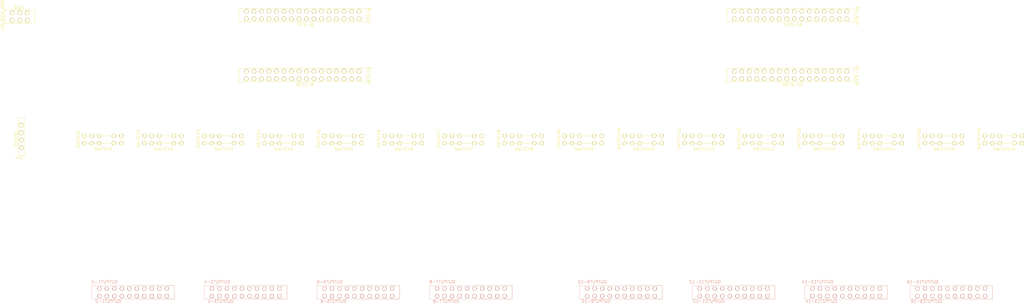
<source format=kicad_pcb>
(kicad_pcb (version 3) (host pcbnew "(2013-may-18)-stable")

  (general
    (links 229)
    (no_connects 229)
    (area 0 0 0 0)
    (thickness 1.6)
    (drawings 0)
    (tracks 0)
    (zones 0)
    (modules 30)
    (nets 82)
  )

  (page A3)
  (layers
    (15 F.Cu signal)
    (0 B.Cu signal)
    (16 B.Adhes user)
    (17 F.Adhes user)
    (18 B.Paste user)
    (19 F.Paste user)
    (20 B.SilkS user)
    (21 F.SilkS user)
    (22 B.Mask user)
    (23 F.Mask user)
    (24 Dwgs.User user)
    (25 Cmts.User user)
    (26 Eco1.User user)
    (27 Eco2.User user)
    (28 Edge.Cuts user)
  )

  (setup
    (last_trace_width 0.254)
    (trace_clearance 0.254)
    (zone_clearance 0.508)
    (zone_45_only no)
    (trace_min 0.254)
    (segment_width 0.2)
    (edge_width 0.15)
    (via_size 0.889)
    (via_drill 0.635)
    (via_min_size 0.889)
    (via_min_drill 0.508)
    (uvia_size 0.508)
    (uvia_drill 0.127)
    (uvias_allowed no)
    (uvia_min_size 0.508)
    (uvia_min_drill 0.127)
    (pcb_text_width 0.3)
    (pcb_text_size 1.5 1.5)
    (mod_edge_width 0.15)
    (mod_text_size 1.5 1.5)
    (mod_text_width 0.15)
    (pad_size 1.524 1.524)
    (pad_drill 0.762)
    (pad_to_mask_clearance 0.2)
    (aux_axis_origin 0 0)
    (visible_elements FFFFFFBF)
    (pcbplotparams
      (layerselection 3178497)
      (usegerberextensions true)
      (excludeedgelayer true)
      (linewidth 0.100000)
      (plotframeref false)
      (viasonmask false)
      (mode 1)
      (useauxorigin false)
      (hpglpennumber 1)
      (hpglpenspeed 20)
      (hpglpendiameter 15)
      (hpglpenoverlay 2)
      (psnegative false)
      (psa4output false)
      (plotreference true)
      (plotvalue true)
      (plotothertext true)
      (plotinvisibletext false)
      (padsonsilk false)
      (subtractmaskfromsilk false)
      (outputformat 1)
      (mirror false)
      (drillshape 1)
      (scaleselection 1)
      (outputdirectory ""))
  )

  (net 0 "")
  (net 1 /10a)
  (net 2 /10b)
  (net 3 /10c)
  (net 4 /10d)
  (net 5 /11a)
  (net 6 /11b)
  (net 7 /11c)
  (net 8 /11d)
  (net 9 /12a)
  (net 10 /12b)
  (net 11 /12c)
  (net 12 /12d)
  (net 13 /13a)
  (net 14 /13b)
  (net 15 /13c)
  (net 16 /13d)
  (net 17 /14a)
  (net 18 /14b)
  (net 19 /14c)
  (net 20 /14d)
  (net 21 /15a)
  (net 22 /15b)
  (net 23 /15c)
  (net 24 /15d)
  (net 25 /16a)
  (net 26 /16b)
  (net 27 /16c)
  (net 28 /16d)
  (net 29 /1a)
  (net 30 /1b)
  (net 31 /1c)
  (net 32 /1d)
  (net 33 /2a)
  (net 34 /2b)
  (net 35 /2c)
  (net 36 /2d)
  (net 37 /3a)
  (net 38 /3b)
  (net 39 /3c)
  (net 40 /3d)
  (net 41 /4a)
  (net 42 /4b)
  (net 43 /4c)
  (net 44 /4d)
  (net 45 /5a)
  (net 46 /5b)
  (net 47 /5c)
  (net 48 /5d)
  (net 49 /6a)
  (net 50 /6b)
  (net 51 /6c)
  (net 52 /6d)
  (net 53 /7a)
  (net 54 /7b)
  (net 55 /7c)
  (net 56 /7d)
  (net 57 /8a)
  (net 58 /8b)
  (net 59 /8c)
  (net 60 /8d)
  (net 61 /9a)
  (net 62 /9b)
  (net 63 /9c)
  (net 64 /9d)
  (net 65 /s1)
  (net 66 /s10)
  (net 67 /s11)
  (net 68 /s12)
  (net 69 /s13)
  (net 70 /s14)
  (net 71 /s15)
  (net 72 /s16)
  (net 73 /s2)
  (net 74 /s3)
  (net 75 /s4)
  (net 76 /s5)
  (net 77 /s6)
  (net 78 /s7)
  (net 79 /s8)
  (net 80 /s9)
  (net 81 N-0000023)

  (net_class Default "This is the default net class."
    (clearance 0.254)
    (trace_width 0.254)
    (via_dia 0.889)
    (via_drill 0.635)
    (uvia_dia 0.508)
    (uvia_drill 0.127)
    (add_net "")
    (add_net /10a)
    (add_net /10b)
    (add_net /10c)
    (add_net /10d)
    (add_net /11a)
    (add_net /11b)
    (add_net /11c)
    (add_net /11d)
    (add_net /12a)
    (add_net /12b)
    (add_net /12c)
    (add_net /12d)
    (add_net /13a)
    (add_net /13b)
    (add_net /13c)
    (add_net /13d)
    (add_net /14a)
    (add_net /14b)
    (add_net /14c)
    (add_net /14d)
    (add_net /15a)
    (add_net /15b)
    (add_net /15c)
    (add_net /15d)
    (add_net /16a)
    (add_net /16b)
    (add_net /16c)
    (add_net /16d)
    (add_net /1a)
    (add_net /1b)
    (add_net /1c)
    (add_net /1d)
    (add_net /2a)
    (add_net /2b)
    (add_net /2c)
    (add_net /2d)
    (add_net /3a)
    (add_net /3b)
    (add_net /3c)
    (add_net /3d)
    (add_net /4a)
    (add_net /4b)
    (add_net /4c)
    (add_net /4d)
    (add_net /5a)
    (add_net /5b)
    (add_net /5c)
    (add_net /5d)
    (add_net /6a)
    (add_net /6b)
    (add_net /6c)
    (add_net /6d)
    (add_net /7a)
    (add_net /7b)
    (add_net /7c)
    (add_net /7d)
    (add_net /8a)
    (add_net /8b)
    (add_net /8c)
    (add_net /8d)
    (add_net /9a)
    (add_net /9b)
    (add_net /9c)
    (add_net /9d)
    (add_net /s1)
    (add_net /s10)
    (add_net /s11)
    (add_net /s12)
    (add_net /s13)
    (add_net /s14)
    (add_net /s15)
    (add_net /s16)
    (add_net /s2)
    (add_net /s3)
    (add_net /s4)
    (add_net /s5)
    (add_net /s6)
    (add_net /s7)
    (add_net /s8)
    (add_net /s9)
    (add_net N-0000023)
  )

  (module Switch (layer F.Cu) (tedit 532A1789) (tstamp 532C99DF)
    (at 195.58 68.58)
    (path /5329AC0A)
    (fp_text reference SWITCH7 (at 6.5 2) (layer F.SilkS)
      (effects (font (size 1 1) (thickness 0.15)))
    )
    (fp_text value SWITCH7 (at -2 -1.5 90) (layer F.SilkS)
      (effects (font (size 1 1) (thickness 0.15)))
    )
    (fp_line (start 0 0) (end 12.5 0) (layer F.SilkS) (width 0.15))
    (fp_line (start 12.5 0) (end 12.5 -2.5) (layer F.SilkS) (width 0.15))
    (fp_line (start 12.5 -2.5) (end 0 -2.5) (layer F.SilkS) (width 0.15))
    (fp_line (start 0 0) (end 0 -2.5) (layer F.SilkS) (width 0.15))
    (pad 1 thru_hole circle (at 0 0) (size 1.4 1.4) (drill 0.9)
      (layers *.Cu *.Mask F.SilkS)
      (net 53 /7a)
    )
    (pad 2 thru_hole circle (at 2.5 0) (size 1.4 1.4) (drill 0.9)
      (layers *.Cu *.Mask F.SilkS)
      (net 54 /7b)
    )
    (pad 3 thru_hole circle (at 5 0) (size 1.4 1.4) (drill 0.9)
      (layers *.Cu *.Mask F.SilkS)
      (net 55 /7c)
    )
    (pad 4 thru_hole circle (at 10 0) (size 1.4 1.4) (drill 0.9)
      (layers *.Cu *.Mask F.SilkS)
      (net 56 /7d)
    )
    (pad 5 thru_hole circle (at 12.5 0) (size 1.4 1.4) (drill 0.9)
      (layers *.Cu *.Mask F.SilkS)
    )
    (pad 6 thru_hole circle (at 12.5 -2.5) (size 1.4 1.4) (drill 0.9)
      (layers *.Cu *.Mask F.SilkS)
    )
    (pad 7 thru_hole circle (at 10 -2.5) (size 1.4 1.4) (drill 0.9)
      (layers *.Cu *.Mask F.SilkS)
    )
    (pad 8 thru_hole circle (at 5 -2.5) (size 1.4 1.4) (drill 0.9)
      (layers *.Cu *.Mask F.SilkS)
    )
    (pad 9 thru_hole circle (at 2.5 -2.5) (size 1.4 1.4) (drill 0.9)
      (layers *.Cu *.Mask F.SilkS)
    )
    (pad 10 thru_hole circle (at 0 -2.5) (size 1.4 1.4) (drill 0.9)
      (layers *.Cu *.Mask F.SilkS)
    )
  )

  (module Switch (layer F.Cu) (tedit 532A1789) (tstamp 532C99F1)
    (at 358.14 68.58)
    (path /5329AC91)
    (fp_text reference SWITCH15 (at 6.5 2) (layer F.SilkS)
      (effects (font (size 1 1) (thickness 0.15)))
    )
    (fp_text value SWITCH15 (at -2 -1.5 90) (layer F.SilkS)
      (effects (font (size 1 1) (thickness 0.15)))
    )
    (fp_line (start 0 0) (end 12.5 0) (layer F.SilkS) (width 0.15))
    (fp_line (start 12.5 0) (end 12.5 -2.5) (layer F.SilkS) (width 0.15))
    (fp_line (start 12.5 -2.5) (end 0 -2.5) (layer F.SilkS) (width 0.15))
    (fp_line (start 0 0) (end 0 -2.5) (layer F.SilkS) (width 0.15))
    (pad 1 thru_hole circle (at 0 0) (size 1.4 1.4) (drill 0.9)
      (layers *.Cu *.Mask F.SilkS)
      (net 21 /15a)
    )
    (pad 2 thru_hole circle (at 2.5 0) (size 1.4 1.4) (drill 0.9)
      (layers *.Cu *.Mask F.SilkS)
      (net 22 /15b)
    )
    (pad 3 thru_hole circle (at 5 0) (size 1.4 1.4) (drill 0.9)
      (layers *.Cu *.Mask F.SilkS)
      (net 23 /15c)
    )
    (pad 4 thru_hole circle (at 10 0) (size 1.4 1.4) (drill 0.9)
      (layers *.Cu *.Mask F.SilkS)
      (net 24 /15d)
    )
    (pad 5 thru_hole circle (at 12.5 0) (size 1.4 1.4) (drill 0.9)
      (layers *.Cu *.Mask F.SilkS)
      (net 71 /s15)
    )
    (pad 6 thru_hole circle (at 12.5 -2.5) (size 1.4 1.4) (drill 0.9)
      (layers *.Cu *.Mask F.SilkS)
    )
    (pad 7 thru_hole circle (at 10 -2.5) (size 1.4 1.4) (drill 0.9)
      (layers *.Cu *.Mask F.SilkS)
    )
    (pad 8 thru_hole circle (at 5 -2.5) (size 1.4 1.4) (drill 0.9)
      (layers *.Cu *.Mask F.SilkS)
    )
    (pad 9 thru_hole circle (at 2.5 -2.5) (size 1.4 1.4) (drill 0.9)
      (layers *.Cu *.Mask F.SilkS)
    )
    (pad 10 thru_hole circle (at 0 -2.5) (size 1.4 1.4) (drill 0.9)
      (layers *.Cu *.Mask F.SilkS)
    )
  )

  (module Switch (layer F.Cu) (tedit 532A1789) (tstamp 532C9A03)
    (at 337.82 68.58)
    (path /5329AC82)
    (fp_text reference SWITCH14 (at 6.5 2) (layer F.SilkS)
      (effects (font (size 1 1) (thickness 0.15)))
    )
    (fp_text value SWITCH14 (at -2 -1.5 90) (layer F.SilkS)
      (effects (font (size 1 1) (thickness 0.15)))
    )
    (fp_line (start 0 0) (end 12.5 0) (layer F.SilkS) (width 0.15))
    (fp_line (start 12.5 0) (end 12.5 -2.5) (layer F.SilkS) (width 0.15))
    (fp_line (start 12.5 -2.5) (end 0 -2.5) (layer F.SilkS) (width 0.15))
    (fp_line (start 0 0) (end 0 -2.5) (layer F.SilkS) (width 0.15))
    (pad 1 thru_hole circle (at 0 0) (size 1.4 1.4) (drill 0.9)
      (layers *.Cu *.Mask F.SilkS)
      (net 17 /14a)
    )
    (pad 2 thru_hole circle (at 2.5 0) (size 1.4 1.4) (drill 0.9)
      (layers *.Cu *.Mask F.SilkS)
      (net 18 /14b)
    )
    (pad 3 thru_hole circle (at 5 0) (size 1.4 1.4) (drill 0.9)
      (layers *.Cu *.Mask F.SilkS)
      (net 19 /14c)
    )
    (pad 4 thru_hole circle (at 10 0) (size 1.4 1.4) (drill 0.9)
      (layers *.Cu *.Mask F.SilkS)
      (net 20 /14d)
    )
    (pad 5 thru_hole circle (at 12.5 0) (size 1.4 1.4) (drill 0.9)
      (layers *.Cu *.Mask F.SilkS)
      (net 70 /s14)
    )
    (pad 6 thru_hole circle (at 12.5 -2.5) (size 1.4 1.4) (drill 0.9)
      (layers *.Cu *.Mask F.SilkS)
    )
    (pad 7 thru_hole circle (at 10 -2.5) (size 1.4 1.4) (drill 0.9)
      (layers *.Cu *.Mask F.SilkS)
    )
    (pad 8 thru_hole circle (at 5 -2.5) (size 1.4 1.4) (drill 0.9)
      (layers *.Cu *.Mask F.SilkS)
    )
    (pad 9 thru_hole circle (at 2.5 -2.5) (size 1.4 1.4) (drill 0.9)
      (layers *.Cu *.Mask F.SilkS)
    )
    (pad 10 thru_hole circle (at 0 -2.5) (size 1.4 1.4) (drill 0.9)
      (layers *.Cu *.Mask F.SilkS)
    )
  )

  (module Switch (layer F.Cu) (tedit 532A1789) (tstamp 532C9A15)
    (at 317.5 68.58)
    (path /5329AC73)
    (fp_text reference SWITCH13 (at 6.5 2) (layer F.SilkS)
      (effects (font (size 1 1) (thickness 0.15)))
    )
    (fp_text value SWITCH13 (at -2 -1.5 90) (layer F.SilkS)
      (effects (font (size 1 1) (thickness 0.15)))
    )
    (fp_line (start 0 0) (end 12.5 0) (layer F.SilkS) (width 0.15))
    (fp_line (start 12.5 0) (end 12.5 -2.5) (layer F.SilkS) (width 0.15))
    (fp_line (start 12.5 -2.5) (end 0 -2.5) (layer F.SilkS) (width 0.15))
    (fp_line (start 0 0) (end 0 -2.5) (layer F.SilkS) (width 0.15))
    (pad 1 thru_hole circle (at 0 0) (size 1.4 1.4) (drill 0.9)
      (layers *.Cu *.Mask F.SilkS)
      (net 13 /13a)
    )
    (pad 2 thru_hole circle (at 2.5 0) (size 1.4 1.4) (drill 0.9)
      (layers *.Cu *.Mask F.SilkS)
      (net 14 /13b)
    )
    (pad 3 thru_hole circle (at 5 0) (size 1.4 1.4) (drill 0.9)
      (layers *.Cu *.Mask F.SilkS)
      (net 15 /13c)
    )
    (pad 4 thru_hole circle (at 10 0) (size 1.4 1.4) (drill 0.9)
      (layers *.Cu *.Mask F.SilkS)
      (net 16 /13d)
    )
    (pad 5 thru_hole circle (at 12.5 0) (size 1.4 1.4) (drill 0.9)
      (layers *.Cu *.Mask F.SilkS)
    )
    (pad 6 thru_hole circle (at 12.5 -2.5) (size 1.4 1.4) (drill 0.9)
      (layers *.Cu *.Mask F.SilkS)
    )
    (pad 7 thru_hole circle (at 10 -2.5) (size 1.4 1.4) (drill 0.9)
      (layers *.Cu *.Mask F.SilkS)
    )
    (pad 8 thru_hole circle (at 5 -2.5) (size 1.4 1.4) (drill 0.9)
      (layers *.Cu *.Mask F.SilkS)
    )
    (pad 9 thru_hole circle (at 2.5 -2.5) (size 1.4 1.4) (drill 0.9)
      (layers *.Cu *.Mask F.SilkS)
    )
    (pad 10 thru_hole circle (at 0 -2.5) (size 1.4 1.4) (drill 0.9)
      (layers *.Cu *.Mask F.SilkS)
    )
  )

  (module Switch (layer F.Cu) (tedit 532A1789) (tstamp 532C9A27)
    (at 297.18 68.58)
    (path /5329AC64)
    (fp_text reference SWITCH12 (at 6.5 2) (layer F.SilkS)
      (effects (font (size 1 1) (thickness 0.15)))
    )
    (fp_text value SWITCH12 (at -2 -1.5 90) (layer F.SilkS)
      (effects (font (size 1 1) (thickness 0.15)))
    )
    (fp_line (start 0 0) (end 12.5 0) (layer F.SilkS) (width 0.15))
    (fp_line (start 12.5 0) (end 12.5 -2.5) (layer F.SilkS) (width 0.15))
    (fp_line (start 12.5 -2.5) (end 0 -2.5) (layer F.SilkS) (width 0.15))
    (fp_line (start 0 0) (end 0 -2.5) (layer F.SilkS) (width 0.15))
    (pad 1 thru_hole circle (at 0 0) (size 1.4 1.4) (drill 0.9)
      (layers *.Cu *.Mask F.SilkS)
      (net 9 /12a)
    )
    (pad 2 thru_hole circle (at 2.5 0) (size 1.4 1.4) (drill 0.9)
      (layers *.Cu *.Mask F.SilkS)
      (net 10 /12b)
    )
    (pad 3 thru_hole circle (at 5 0) (size 1.4 1.4) (drill 0.9)
      (layers *.Cu *.Mask F.SilkS)
      (net 11 /12c)
    )
    (pad 4 thru_hole circle (at 10 0) (size 1.4 1.4) (drill 0.9)
      (layers *.Cu *.Mask F.SilkS)
      (net 12 /12d)
    )
    (pad 5 thru_hole circle (at 12.5 0) (size 1.4 1.4) (drill 0.9)
      (layers *.Cu *.Mask F.SilkS)
      (net 68 /s12)
    )
    (pad 6 thru_hole circle (at 12.5 -2.5) (size 1.4 1.4) (drill 0.9)
      (layers *.Cu *.Mask F.SilkS)
    )
    (pad 7 thru_hole circle (at 10 -2.5) (size 1.4 1.4) (drill 0.9)
      (layers *.Cu *.Mask F.SilkS)
    )
    (pad 8 thru_hole circle (at 5 -2.5) (size 1.4 1.4) (drill 0.9)
      (layers *.Cu *.Mask F.SilkS)
    )
    (pad 9 thru_hole circle (at 2.5 -2.5) (size 1.4 1.4) (drill 0.9)
      (layers *.Cu *.Mask F.SilkS)
    )
    (pad 10 thru_hole circle (at 0 -2.5) (size 1.4 1.4) (drill 0.9)
      (layers *.Cu *.Mask F.SilkS)
    )
  )

  (module Switch (layer F.Cu) (tedit 532A1789) (tstamp 532C9A39)
    (at 276.86 68.58)
    (path /5329AC55)
    (fp_text reference SWITCH11 (at 6.5 2) (layer F.SilkS)
      (effects (font (size 1 1) (thickness 0.15)))
    )
    (fp_text value SWITCH11 (at -2 -1.5 90) (layer F.SilkS)
      (effects (font (size 1 1) (thickness 0.15)))
    )
    (fp_line (start 0 0) (end 12.5 0) (layer F.SilkS) (width 0.15))
    (fp_line (start 12.5 0) (end 12.5 -2.5) (layer F.SilkS) (width 0.15))
    (fp_line (start 12.5 -2.5) (end 0 -2.5) (layer F.SilkS) (width 0.15))
    (fp_line (start 0 0) (end 0 -2.5) (layer F.SilkS) (width 0.15))
    (pad 1 thru_hole circle (at 0 0) (size 1.4 1.4) (drill 0.9)
      (layers *.Cu *.Mask F.SilkS)
      (net 5 /11a)
    )
    (pad 2 thru_hole circle (at 2.5 0) (size 1.4 1.4) (drill 0.9)
      (layers *.Cu *.Mask F.SilkS)
      (net 6 /11b)
    )
    (pad 3 thru_hole circle (at 5 0) (size 1.4 1.4) (drill 0.9)
      (layers *.Cu *.Mask F.SilkS)
      (net 7 /11c)
    )
    (pad 4 thru_hole circle (at 10 0) (size 1.4 1.4) (drill 0.9)
      (layers *.Cu *.Mask F.SilkS)
      (net 8 /11d)
    )
    (pad 5 thru_hole circle (at 12.5 0) (size 1.4 1.4) (drill 0.9)
      (layers *.Cu *.Mask F.SilkS)
      (net 67 /s11)
    )
    (pad 6 thru_hole circle (at 12.5 -2.5) (size 1.4 1.4) (drill 0.9)
      (layers *.Cu *.Mask F.SilkS)
    )
    (pad 7 thru_hole circle (at 10 -2.5) (size 1.4 1.4) (drill 0.9)
      (layers *.Cu *.Mask F.SilkS)
    )
    (pad 8 thru_hole circle (at 5 -2.5) (size 1.4 1.4) (drill 0.9)
      (layers *.Cu *.Mask F.SilkS)
    )
    (pad 9 thru_hole circle (at 2.5 -2.5) (size 1.4 1.4) (drill 0.9)
      (layers *.Cu *.Mask F.SilkS)
    )
    (pad 10 thru_hole circle (at 0 -2.5) (size 1.4 1.4) (drill 0.9)
      (layers *.Cu *.Mask F.SilkS)
    )
  )

  (module Switch (layer F.Cu) (tedit 532A1789) (tstamp 532C9A4B)
    (at 256.54 68.58)
    (path /5329AC46)
    (fp_text reference SWITCH10 (at 6.5 2) (layer F.SilkS)
      (effects (font (size 1 1) (thickness 0.15)))
    )
    (fp_text value SWITCH10 (at -2 -1.5 90) (layer F.SilkS)
      (effects (font (size 1 1) (thickness 0.15)))
    )
    (fp_line (start 0 0) (end 12.5 0) (layer F.SilkS) (width 0.15))
    (fp_line (start 12.5 0) (end 12.5 -2.5) (layer F.SilkS) (width 0.15))
    (fp_line (start 12.5 -2.5) (end 0 -2.5) (layer F.SilkS) (width 0.15))
    (fp_line (start 0 0) (end 0 -2.5) (layer F.SilkS) (width 0.15))
    (pad 1 thru_hole circle (at 0 0) (size 1.4 1.4) (drill 0.9)
      (layers *.Cu *.Mask F.SilkS)
      (net 1 /10a)
    )
    (pad 2 thru_hole circle (at 2.5 0) (size 1.4 1.4) (drill 0.9)
      (layers *.Cu *.Mask F.SilkS)
      (net 2 /10b)
    )
    (pad 3 thru_hole circle (at 5 0) (size 1.4 1.4) (drill 0.9)
      (layers *.Cu *.Mask F.SilkS)
      (net 3 /10c)
    )
    (pad 4 thru_hole circle (at 10 0) (size 1.4 1.4) (drill 0.9)
      (layers *.Cu *.Mask F.SilkS)
      (net 4 /10d)
    )
    (pad 5 thru_hole circle (at 12.5 0) (size 1.4 1.4) (drill 0.9)
      (layers *.Cu *.Mask F.SilkS)
      (net 66 /s10)
    )
    (pad 6 thru_hole circle (at 12.5 -2.5) (size 1.4 1.4) (drill 0.9)
      (layers *.Cu *.Mask F.SilkS)
    )
    (pad 7 thru_hole circle (at 10 -2.5) (size 1.4 1.4) (drill 0.9)
      (layers *.Cu *.Mask F.SilkS)
    )
    (pad 8 thru_hole circle (at 5 -2.5) (size 1.4 1.4) (drill 0.9)
      (layers *.Cu *.Mask F.SilkS)
    )
    (pad 9 thru_hole circle (at 2.5 -2.5) (size 1.4 1.4) (drill 0.9)
      (layers *.Cu *.Mask F.SilkS)
    )
    (pad 10 thru_hole circle (at 0 -2.5) (size 1.4 1.4) (drill 0.9)
      (layers *.Cu *.Mask F.SilkS)
    )
  )

  (module Switch (layer F.Cu) (tedit 532A1789) (tstamp 532C9A5D)
    (at 236.22 68.58)
    (path /5329AC37)
    (fp_text reference SWITCH9 (at 6.5 2) (layer F.SilkS)
      (effects (font (size 1 1) (thickness 0.15)))
    )
    (fp_text value SWITCH9 (at -2 -1.5 90) (layer F.SilkS)
      (effects (font (size 1 1) (thickness 0.15)))
    )
    (fp_line (start 0 0) (end 12.5 0) (layer F.SilkS) (width 0.15))
    (fp_line (start 12.5 0) (end 12.5 -2.5) (layer F.SilkS) (width 0.15))
    (fp_line (start 12.5 -2.5) (end 0 -2.5) (layer F.SilkS) (width 0.15))
    (fp_line (start 0 0) (end 0 -2.5) (layer F.SilkS) (width 0.15))
    (pad 1 thru_hole circle (at 0 0) (size 1.4 1.4) (drill 0.9)
      (layers *.Cu *.Mask F.SilkS)
      (net 61 /9a)
    )
    (pad 2 thru_hole circle (at 2.5 0) (size 1.4 1.4) (drill 0.9)
      (layers *.Cu *.Mask F.SilkS)
      (net 62 /9b)
    )
    (pad 3 thru_hole circle (at 5 0) (size 1.4 1.4) (drill 0.9)
      (layers *.Cu *.Mask F.SilkS)
      (net 63 /9c)
    )
    (pad 4 thru_hole circle (at 10 0) (size 1.4 1.4) (drill 0.9)
      (layers *.Cu *.Mask F.SilkS)
      (net 64 /9d)
    )
    (pad 5 thru_hole circle (at 12.5 0) (size 1.4 1.4) (drill 0.9)
      (layers *.Cu *.Mask F.SilkS)
      (net 80 /s9)
    )
    (pad 6 thru_hole circle (at 12.5 -2.5) (size 1.4 1.4) (drill 0.9)
      (layers *.Cu *.Mask F.SilkS)
    )
    (pad 7 thru_hole circle (at 10 -2.5) (size 1.4 1.4) (drill 0.9)
      (layers *.Cu *.Mask F.SilkS)
    )
    (pad 8 thru_hole circle (at 5 -2.5) (size 1.4 1.4) (drill 0.9)
      (layers *.Cu *.Mask F.SilkS)
    )
    (pad 9 thru_hole circle (at 2.5 -2.5) (size 1.4 1.4) (drill 0.9)
      (layers *.Cu *.Mask F.SilkS)
    )
    (pad 10 thru_hole circle (at 0 -2.5) (size 1.4 1.4) (drill 0.9)
      (layers *.Cu *.Mask F.SilkS)
    )
  )

  (module Switch (layer F.Cu) (tedit 532A1789) (tstamp 532C9A6F)
    (at 215.9 68.58)
    (path /5329AC28)
    (fp_text reference SWITCH8 (at 6.5 2) (layer F.SilkS)
      (effects (font (size 1 1) (thickness 0.15)))
    )
    (fp_text value SWITCH8 (at -2 -1.5 90) (layer F.SilkS)
      (effects (font (size 1 1) (thickness 0.15)))
    )
    (fp_line (start 0 0) (end 12.5 0) (layer F.SilkS) (width 0.15))
    (fp_line (start 12.5 0) (end 12.5 -2.5) (layer F.SilkS) (width 0.15))
    (fp_line (start 12.5 -2.5) (end 0 -2.5) (layer F.SilkS) (width 0.15))
    (fp_line (start 0 0) (end 0 -2.5) (layer F.SilkS) (width 0.15))
    (pad 1 thru_hole circle (at 0 0) (size 1.4 1.4) (drill 0.9)
      (layers *.Cu *.Mask F.SilkS)
      (net 57 /8a)
    )
    (pad 2 thru_hole circle (at 2.5 0) (size 1.4 1.4) (drill 0.9)
      (layers *.Cu *.Mask F.SilkS)
      (net 58 /8b)
    )
    (pad 3 thru_hole circle (at 5 0) (size 1.4 1.4) (drill 0.9)
      (layers *.Cu *.Mask F.SilkS)
      (net 59 /8c)
    )
    (pad 4 thru_hole circle (at 10 0) (size 1.4 1.4) (drill 0.9)
      (layers *.Cu *.Mask F.SilkS)
      (net 60 /8d)
    )
    (pad 5 thru_hole circle (at 12.5 0) (size 1.4 1.4) (drill 0.9)
      (layers *.Cu *.Mask F.SilkS)
    )
    (pad 6 thru_hole circle (at 12.5 -2.5) (size 1.4 1.4) (drill 0.9)
      (layers *.Cu *.Mask F.SilkS)
    )
    (pad 7 thru_hole circle (at 10 -2.5) (size 1.4 1.4) (drill 0.9)
      (layers *.Cu *.Mask F.SilkS)
    )
    (pad 8 thru_hole circle (at 5 -2.5) (size 1.4 1.4) (drill 0.9)
      (layers *.Cu *.Mask F.SilkS)
    )
    (pad 9 thru_hole circle (at 2.5 -2.5) (size 1.4 1.4) (drill 0.9)
      (layers *.Cu *.Mask F.SilkS)
    )
    (pad 10 thru_hole circle (at 0 -2.5) (size 1.4 1.4) (drill 0.9)
      (layers *.Cu *.Mask F.SilkS)
    )
  )

  (module Switch (layer F.Cu) (tedit 532A1789) (tstamp 532C9A81)
    (at 175.26 68.58)
    (path /5329ABFB)
    (fp_text reference SWITCH6 (at 6.5 2) (layer F.SilkS)
      (effects (font (size 1 1) (thickness 0.15)))
    )
    (fp_text value SWITCH6 (at -2 -1.5 90) (layer F.SilkS)
      (effects (font (size 1 1) (thickness 0.15)))
    )
    (fp_line (start 0 0) (end 12.5 0) (layer F.SilkS) (width 0.15))
    (fp_line (start 12.5 0) (end 12.5 -2.5) (layer F.SilkS) (width 0.15))
    (fp_line (start 12.5 -2.5) (end 0 -2.5) (layer F.SilkS) (width 0.15))
    (fp_line (start 0 0) (end 0 -2.5) (layer F.SilkS) (width 0.15))
    (pad 1 thru_hole circle (at 0 0) (size 1.4 1.4) (drill 0.9)
      (layers *.Cu *.Mask F.SilkS)
      (net 49 /6a)
    )
    (pad 2 thru_hole circle (at 2.5 0) (size 1.4 1.4) (drill 0.9)
      (layers *.Cu *.Mask F.SilkS)
      (net 50 /6b)
    )
    (pad 3 thru_hole circle (at 5 0) (size 1.4 1.4) (drill 0.9)
      (layers *.Cu *.Mask F.SilkS)
      (net 51 /6c)
    )
    (pad 4 thru_hole circle (at 10 0) (size 1.4 1.4) (drill 0.9)
      (layers *.Cu *.Mask F.SilkS)
      (net 52 /6d)
    )
    (pad 5 thru_hole circle (at 12.5 0) (size 1.4 1.4) (drill 0.9)
      (layers *.Cu *.Mask F.SilkS)
      (net 77 /s6)
    )
    (pad 6 thru_hole circle (at 12.5 -2.5) (size 1.4 1.4) (drill 0.9)
      (layers *.Cu *.Mask F.SilkS)
    )
    (pad 7 thru_hole circle (at 10 -2.5) (size 1.4 1.4) (drill 0.9)
      (layers *.Cu *.Mask F.SilkS)
    )
    (pad 8 thru_hole circle (at 5 -2.5) (size 1.4 1.4) (drill 0.9)
      (layers *.Cu *.Mask F.SilkS)
    )
    (pad 9 thru_hole circle (at 2.5 -2.5) (size 1.4 1.4) (drill 0.9)
      (layers *.Cu *.Mask F.SilkS)
    )
    (pad 10 thru_hole circle (at 0 -2.5) (size 1.4 1.4) (drill 0.9)
      (layers *.Cu *.Mask F.SilkS)
    )
  )

  (module Switch (layer F.Cu) (tedit 532A1789) (tstamp 532C9A93)
    (at 154.94 68.58)
    (path /5329ABEC)
    (fp_text reference SWITCH5 (at 6.5 2) (layer F.SilkS)
      (effects (font (size 1 1) (thickness 0.15)))
    )
    (fp_text value SWITCH5 (at -2 -1.5 90) (layer F.SilkS)
      (effects (font (size 1 1) (thickness 0.15)))
    )
    (fp_line (start 0 0) (end 12.5 0) (layer F.SilkS) (width 0.15))
    (fp_line (start 12.5 0) (end 12.5 -2.5) (layer F.SilkS) (width 0.15))
    (fp_line (start 12.5 -2.5) (end 0 -2.5) (layer F.SilkS) (width 0.15))
    (fp_line (start 0 0) (end 0 -2.5) (layer F.SilkS) (width 0.15))
    (pad 1 thru_hole circle (at 0 0) (size 1.4 1.4) (drill 0.9)
      (layers *.Cu *.Mask F.SilkS)
      (net 45 /5a)
    )
    (pad 2 thru_hole circle (at 2.5 0) (size 1.4 1.4) (drill 0.9)
      (layers *.Cu *.Mask F.SilkS)
      (net 46 /5b)
    )
    (pad 3 thru_hole circle (at 5 0) (size 1.4 1.4) (drill 0.9)
      (layers *.Cu *.Mask F.SilkS)
      (net 47 /5c)
    )
    (pad 4 thru_hole circle (at 10 0) (size 1.4 1.4) (drill 0.9)
      (layers *.Cu *.Mask F.SilkS)
      (net 48 /5d)
    )
    (pad 5 thru_hole circle (at 12.5 0) (size 1.4 1.4) (drill 0.9)
      (layers *.Cu *.Mask F.SilkS)
      (net 76 /s5)
    )
    (pad 6 thru_hole circle (at 12.5 -2.5) (size 1.4 1.4) (drill 0.9)
      (layers *.Cu *.Mask F.SilkS)
    )
    (pad 7 thru_hole circle (at 10 -2.5) (size 1.4 1.4) (drill 0.9)
      (layers *.Cu *.Mask F.SilkS)
    )
    (pad 8 thru_hole circle (at 5 -2.5) (size 1.4 1.4) (drill 0.9)
      (layers *.Cu *.Mask F.SilkS)
    )
    (pad 9 thru_hole circle (at 2.5 -2.5) (size 1.4 1.4) (drill 0.9)
      (layers *.Cu *.Mask F.SilkS)
    )
    (pad 10 thru_hole circle (at 0 -2.5) (size 1.4 1.4) (drill 0.9)
      (layers *.Cu *.Mask F.SilkS)
    )
  )

  (module Switch (layer F.Cu) (tedit 532A1789) (tstamp 532C9AA5)
    (at 134.62 68.58)
    (path /5329ABDD)
    (fp_text reference SWITCH4 (at 6.5 2) (layer F.SilkS)
      (effects (font (size 1 1) (thickness 0.15)))
    )
    (fp_text value SWITCH4 (at -2 -1.5 90) (layer F.SilkS)
      (effects (font (size 1 1) (thickness 0.15)))
    )
    (fp_line (start 0 0) (end 12.5 0) (layer F.SilkS) (width 0.15))
    (fp_line (start 12.5 0) (end 12.5 -2.5) (layer F.SilkS) (width 0.15))
    (fp_line (start 12.5 -2.5) (end 0 -2.5) (layer F.SilkS) (width 0.15))
    (fp_line (start 0 0) (end 0 -2.5) (layer F.SilkS) (width 0.15))
    (pad 1 thru_hole circle (at 0 0) (size 1.4 1.4) (drill 0.9)
      (layers *.Cu *.Mask F.SilkS)
      (net 41 /4a)
    )
    (pad 2 thru_hole circle (at 2.5 0) (size 1.4 1.4) (drill 0.9)
      (layers *.Cu *.Mask F.SilkS)
      (net 42 /4b)
    )
    (pad 3 thru_hole circle (at 5 0) (size 1.4 1.4) (drill 0.9)
      (layers *.Cu *.Mask F.SilkS)
      (net 43 /4c)
    )
    (pad 4 thru_hole circle (at 10 0) (size 1.4 1.4) (drill 0.9)
      (layers *.Cu *.Mask F.SilkS)
      (net 44 /4d)
    )
    (pad 5 thru_hole circle (at 12.5 0) (size 1.4 1.4) (drill 0.9)
      (layers *.Cu *.Mask F.SilkS)
      (net 75 /s4)
    )
    (pad 6 thru_hole circle (at 12.5 -2.5) (size 1.4 1.4) (drill 0.9)
      (layers *.Cu *.Mask F.SilkS)
    )
    (pad 7 thru_hole circle (at 10 -2.5) (size 1.4 1.4) (drill 0.9)
      (layers *.Cu *.Mask F.SilkS)
    )
    (pad 8 thru_hole circle (at 5 -2.5) (size 1.4 1.4) (drill 0.9)
      (layers *.Cu *.Mask F.SilkS)
    )
    (pad 9 thru_hole circle (at 2.5 -2.5) (size 1.4 1.4) (drill 0.9)
      (layers *.Cu *.Mask F.SilkS)
    )
    (pad 10 thru_hole circle (at 0 -2.5) (size 1.4 1.4) (drill 0.9)
      (layers *.Cu *.Mask F.SilkS)
    )
  )

  (module Switch (layer F.Cu) (tedit 532A1789) (tstamp 532C9AB7)
    (at 114.3 68.58)
    (path /5329ABCE)
    (fp_text reference SWITCH3 (at 6.5 2) (layer F.SilkS)
      (effects (font (size 1 1) (thickness 0.15)))
    )
    (fp_text value SWITCH3 (at -2 -1.5 90) (layer F.SilkS)
      (effects (font (size 1 1) (thickness 0.15)))
    )
    (fp_line (start 0 0) (end 12.5 0) (layer F.SilkS) (width 0.15))
    (fp_line (start 12.5 0) (end 12.5 -2.5) (layer F.SilkS) (width 0.15))
    (fp_line (start 12.5 -2.5) (end 0 -2.5) (layer F.SilkS) (width 0.15))
    (fp_line (start 0 0) (end 0 -2.5) (layer F.SilkS) (width 0.15))
    (pad 1 thru_hole circle (at 0 0) (size 1.4 1.4) (drill 0.9)
      (layers *.Cu *.Mask F.SilkS)
      (net 37 /3a)
    )
    (pad 2 thru_hole circle (at 2.5 0) (size 1.4 1.4) (drill 0.9)
      (layers *.Cu *.Mask F.SilkS)
      (net 38 /3b)
    )
    (pad 3 thru_hole circle (at 5 0) (size 1.4 1.4) (drill 0.9)
      (layers *.Cu *.Mask F.SilkS)
      (net 39 /3c)
    )
    (pad 4 thru_hole circle (at 10 0) (size 1.4 1.4) (drill 0.9)
      (layers *.Cu *.Mask F.SilkS)
      (net 40 /3d)
    )
    (pad 5 thru_hole circle (at 12.5 0) (size 1.4 1.4) (drill 0.9)
      (layers *.Cu *.Mask F.SilkS)
      (net 74 /s3)
    )
    (pad 6 thru_hole circle (at 12.5 -2.5) (size 1.4 1.4) (drill 0.9)
      (layers *.Cu *.Mask F.SilkS)
    )
    (pad 7 thru_hole circle (at 10 -2.5) (size 1.4 1.4) (drill 0.9)
      (layers *.Cu *.Mask F.SilkS)
    )
    (pad 8 thru_hole circle (at 5 -2.5) (size 1.4 1.4) (drill 0.9)
      (layers *.Cu *.Mask F.SilkS)
    )
    (pad 9 thru_hole circle (at 2.5 -2.5) (size 1.4 1.4) (drill 0.9)
      (layers *.Cu *.Mask F.SilkS)
    )
    (pad 10 thru_hole circle (at 0 -2.5) (size 1.4 1.4) (drill 0.9)
      (layers *.Cu *.Mask F.SilkS)
    )
  )

  (module Switch (layer F.Cu) (tedit 532A1789) (tstamp 532C9AC9)
    (at 93.98 68.58)
    (path /5329ABBF)
    (fp_text reference SWITCH2 (at 6.5 2) (layer F.SilkS)
      (effects (font (size 1 1) (thickness 0.15)))
    )
    (fp_text value SWITCH2 (at -2 -1.5 90) (layer F.SilkS)
      (effects (font (size 1 1) (thickness 0.15)))
    )
    (fp_line (start 0 0) (end 12.5 0) (layer F.SilkS) (width 0.15))
    (fp_line (start 12.5 0) (end 12.5 -2.5) (layer F.SilkS) (width 0.15))
    (fp_line (start 12.5 -2.5) (end 0 -2.5) (layer F.SilkS) (width 0.15))
    (fp_line (start 0 0) (end 0 -2.5) (layer F.SilkS) (width 0.15))
    (pad 1 thru_hole circle (at 0 0) (size 1.4 1.4) (drill 0.9)
      (layers *.Cu *.Mask F.SilkS)
      (net 33 /2a)
    )
    (pad 2 thru_hole circle (at 2.5 0) (size 1.4 1.4) (drill 0.9)
      (layers *.Cu *.Mask F.SilkS)
      (net 34 /2b)
    )
    (pad 3 thru_hole circle (at 5 0) (size 1.4 1.4) (drill 0.9)
      (layers *.Cu *.Mask F.SilkS)
      (net 35 /2c)
    )
    (pad 4 thru_hole circle (at 10 0) (size 1.4 1.4) (drill 0.9)
      (layers *.Cu *.Mask F.SilkS)
      (net 36 /2d)
    )
    (pad 5 thru_hole circle (at 12.5 0) (size 1.4 1.4) (drill 0.9)
      (layers *.Cu *.Mask F.SilkS)
      (net 73 /s2)
    )
    (pad 6 thru_hole circle (at 12.5 -2.5) (size 1.4 1.4) (drill 0.9)
      (layers *.Cu *.Mask F.SilkS)
    )
    (pad 7 thru_hole circle (at 10 -2.5) (size 1.4 1.4) (drill 0.9)
      (layers *.Cu *.Mask F.SilkS)
    )
    (pad 8 thru_hole circle (at 5 -2.5) (size 1.4 1.4) (drill 0.9)
      (layers *.Cu *.Mask F.SilkS)
    )
    (pad 9 thru_hole circle (at 2.5 -2.5) (size 1.4 1.4) (drill 0.9)
      (layers *.Cu *.Mask F.SilkS)
    )
    (pad 10 thru_hole circle (at 0 -2.5) (size 1.4 1.4) (drill 0.9)
      (layers *.Cu *.Mask F.SilkS)
    )
  )

  (module Switch (layer F.Cu) (tedit 532A1789) (tstamp 532C9ADB)
    (at 73.66 68.58)
    (path /5329ABB0)
    (fp_text reference SWITCH1 (at 6.5 2) (layer F.SilkS)
      (effects (font (size 1 1) (thickness 0.15)))
    )
    (fp_text value SWITCH1 (at -2 -1.5 90) (layer F.SilkS)
      (effects (font (size 1 1) (thickness 0.15)))
    )
    (fp_line (start 0 0) (end 12.5 0) (layer F.SilkS) (width 0.15))
    (fp_line (start 12.5 0) (end 12.5 -2.5) (layer F.SilkS) (width 0.15))
    (fp_line (start 12.5 -2.5) (end 0 -2.5) (layer F.SilkS) (width 0.15))
    (fp_line (start 0 0) (end 0 -2.5) (layer F.SilkS) (width 0.15))
    (pad 1 thru_hole circle (at 0 0) (size 1.4 1.4) (drill 0.9)
      (layers *.Cu *.Mask F.SilkS)
      (net 29 /1a)
    )
    (pad 2 thru_hole circle (at 2.5 0) (size 1.4 1.4) (drill 0.9)
      (layers *.Cu *.Mask F.SilkS)
      (net 30 /1b)
    )
    (pad 3 thru_hole circle (at 5 0) (size 1.4 1.4) (drill 0.9)
      (layers *.Cu *.Mask F.SilkS)
      (net 31 /1c)
    )
    (pad 4 thru_hole circle (at 10 0) (size 1.4 1.4) (drill 0.9)
      (layers *.Cu *.Mask F.SilkS)
      (net 32 /1d)
    )
    (pad 5 thru_hole circle (at 12.5 0) (size 1.4 1.4) (drill 0.9)
      (layers *.Cu *.Mask F.SilkS)
      (net 65 /s1)
    )
    (pad 6 thru_hole circle (at 12.5 -2.5) (size 1.4 1.4) (drill 0.9)
      (layers *.Cu *.Mask F.SilkS)
    )
    (pad 7 thru_hole circle (at 10 -2.5) (size 1.4 1.4) (drill 0.9)
      (layers *.Cu *.Mask F.SilkS)
    )
    (pad 8 thru_hole circle (at 5 -2.5) (size 1.4 1.4) (drill 0.9)
      (layers *.Cu *.Mask F.SilkS)
    )
    (pad 9 thru_hole circle (at 2.5 -2.5) (size 1.4 1.4) (drill 0.9)
      (layers *.Cu *.Mask F.SilkS)
    )
    (pad 10 thru_hole circle (at 0 -2.5) (size 1.4 1.4) (drill 0.9)
      (layers *.Cu *.Mask F.SilkS)
    )
  )

  (module Switch (layer F.Cu) (tedit 532A1789) (tstamp 532C9AED)
    (at 378.46 68.58)
    (path /5329ACA0)
    (fp_text reference SWITCH16 (at 6.5 2) (layer F.SilkS)
      (effects (font (size 1 1) (thickness 0.15)))
    )
    (fp_text value SWITCH16 (at -2 -1.5 90) (layer F.SilkS)
      (effects (font (size 1 1) (thickness 0.15)))
    )
    (fp_line (start 0 0) (end 12.5 0) (layer F.SilkS) (width 0.15))
    (fp_line (start 12.5 0) (end 12.5 -2.5) (layer F.SilkS) (width 0.15))
    (fp_line (start 12.5 -2.5) (end 0 -2.5) (layer F.SilkS) (width 0.15))
    (fp_line (start 0 0) (end 0 -2.5) (layer F.SilkS) (width 0.15))
    (pad 1 thru_hole circle (at 0 0) (size 1.4 1.4) (drill 0.9)
      (layers *.Cu *.Mask F.SilkS)
      (net 25 /16a)
    )
    (pad 2 thru_hole circle (at 2.5 0) (size 1.4 1.4) (drill 0.9)
      (layers *.Cu *.Mask F.SilkS)
      (net 26 /16b)
    )
    (pad 3 thru_hole circle (at 5 0) (size 1.4 1.4) (drill 0.9)
      (layers *.Cu *.Mask F.SilkS)
      (net 27 /16c)
    )
    (pad 4 thru_hole circle (at 10 0) (size 1.4 1.4) (drill 0.9)
      (layers *.Cu *.Mask F.SilkS)
      (net 28 /16d)
    )
    (pad 5 thru_hole circle (at 12.5 0) (size 1.4 1.4) (drill 0.9)
      (layers *.Cu *.Mask F.SilkS)
      (net 72 /s16)
    )
    (pad 6 thru_hole circle (at 12.5 -2.5) (size 1.4 1.4) (drill 0.9)
      (layers *.Cu *.Mask F.SilkS)
    )
    (pad 7 thru_hole circle (at 10 -2.5) (size 1.4 1.4) (drill 0.9)
      (layers *.Cu *.Mask F.SilkS)
    )
    (pad 8 thru_hole circle (at 5 -2.5) (size 1.4 1.4) (drill 0.9)
      (layers *.Cu *.Mask F.SilkS)
    )
    (pad 9 thru_hole circle (at 2.5 -2.5) (size 1.4 1.4) (drill 0.9)
      (layers *.Cu *.Mask F.SilkS)
    )
    (pad 10 thru_hole circle (at 0 -2.5) (size 1.4 1.4) (drill 0.9)
      (layers *.Cu *.Mask F.SilkS)
    )
  )

  (module IDC4x1 (layer F.Cu) (tedit 532A1B82) (tstamp 532C9AFC)
    (at 53.34 71.12 90)
    (path /5329AAFC)
    (fp_text reference CHAIN1 (at 4.318 -2.794 90) (layer F.SilkS)
      (effects (font (size 1 1) (thickness 0.15)))
    )
    (fp_text value 4x1 (at -2.286 -1.778 180) (layer F.SilkS)
      (effects (font (size 1 1) (thickness 0.15)))
    )
    (fp_line (start 9.652 0) (end 11.176 0) (layer F.SilkS) (width 0.15))
    (fp_line (start 11.176 0) (end 11.176 -2.032) (layer F.SilkS) (width 0.15))
    (fp_line (start 11.176 -2.032) (end 0 -2.032) (layer F.SilkS) (width 0.15))
    (fp_line (start 0 -2.032) (end -1.524 -2.032) (layer F.SilkS) (width 0.15))
    (fp_line (start -1.524 -2.032) (end -1.524 0) (layer F.SilkS) (width 0.15))
    (fp_line (start -1.524 0) (end 0.254 0) (layer F.SilkS) (width 0.15))
    (fp_line (start 0 0) (end 9.652 0) (layer F.SilkS) (width 0.15))
    (pad 1 thru_hole circle (at 1.016 -1.016 90) (size 1.5 1.5) (drill 1.02)
      (layers *.Cu *.Mask F.SilkS)
    )
    (pad 2 thru_hole circle (at 3.556 -1.016 90) (size 1.5 1.5) (drill 1.02)
      (layers *.Cu *.Mask F.SilkS)
    )
    (pad 3 thru_hole circle (at 6.096 -1.016 90) (size 1.5 1.5) (drill 1.02)
      (layers *.Cu *.Mask F.SilkS)
    )
    (pad 4 thru_hole circle (at 8.636 -1.016 90) (size 1.5 1.5) (drill 1.02)
      (layers *.Cu *.Mask F.SilkS)
    )
  )

  (module IDC3x2 (layer F.Cu) (tedit 532A1AC0) (tstamp 532C9B0C)
    (at 48.26 27.94)
    (path /5329AA62)
    (fp_text reference 3x21 (at 3.302 -5.334) (layer F.SilkS)
      (effects (font (size 1 1) (thickness 0.15)))
    )
    (fp_text value LED_POW_GND (at -2.286 -2.54 90) (layer F.SilkS)
      (effects (font (size 1 1) (thickness 0.15)))
    )
    (fp_line (start 0 0) (end 8.636 0) (layer F.SilkS) (width 0.15))
    (fp_line (start 8.636 0) (end 8.636 -4.572) (layer F.SilkS) (width 0.15))
    (fp_line (start 8.636 -4.572) (end 0 -4.572) (layer F.SilkS) (width 0.15))
    (fp_line (start 0 -4.572) (end -1.524 -4.572) (layer F.SilkS) (width 0.15))
    (fp_line (start -1.524 -4.572) (end -1.524 0) (layer F.SilkS) (width 0.15))
    (fp_line (start -1.524 0) (end 0.762 0) (layer F.SilkS) (width 0.15))
    (pad 1 thru_hole circle (at 1.016 -1.016) (size 1.5 1.5) (drill 1.02)
      (layers *.Cu *.Mask F.SilkS)
    )
    (pad 2 thru_hole circle (at 3.556 -1.016) (size 1.5 1.5) (drill 1.02)
      (layers *.Cu *.Mask F.SilkS)
    )
    (pad 3 thru_hole circle (at 6.096 -1.016) (size 1.5 1.5) (drill 1.02)
      (layers *.Cu *.Mask F.SilkS)
    )
    (pad 4 thru_hole circle (at 6.096 -3.556) (size 1.5 1.5) (drill 1.02)
      (layers *.Cu *.Mask F.SilkS)
    )
    (pad 5 thru_hole circle (at 3.556 -3.556) (size 1.5 1.5) (drill 1.02)
      (layers *.Cu *.Mask F.SilkS)
    )
    (pad 6 thru_hole circle (at 1.016 -3.556) (size 1.5 1.5) (drill 1.02)
      (layers *.Cu *.Mask F.SilkS)
    )
  )

  (module idc16x2 (layer F.Cu) (tedit 532A1996) (tstamp 532C9B36)
    (at 167.64 22.86 180)
    (path /532C98E8)
    (fp_text reference TET1-8 (at 19.304 -5.588 180) (layer F.SilkS)
      (effects (font (size 1 1) (thickness 0.15)))
    )
    (fp_text value TET1-8 (at -2.54 -2.54 270) (layer F.SilkS)
      (effects (font (size 1 1) (thickness 0.15)))
    )
    (fp_line (start 41.656 0) (end 41.656 -4.572) (layer F.SilkS) (width 0.15))
    (fp_line (start 41.656 -4.572) (end -1.524 -4.572) (layer F.SilkS) (width 0.15))
    (fp_line (start -1.524 -4.572) (end -1.524 0) (layer F.SilkS) (width 0.15))
    (fp_line (start 40.132 0) (end 41.656 0) (layer F.SilkS) (width 0.15))
    (fp_line (start 0 0) (end -1.524 0) (layer F.SilkS) (width 0.15))
    (fp_line (start 40.132 0) (end 0 0) (layer F.SilkS) (width 0.15))
    (pad 1 thru_hole circle (at 1.016 -1.016 180) (size 1.5 1.5) (drill 1.02)
      (layers *.Cu *.Mask F.SilkS)
      (net 56 /7d)
    )
    (pad 2 thru_hole circle (at 3.556 -1.016 180) (size 1.5 1.5) (drill 1.02)
      (layers *.Cu *.Mask F.SilkS)
      (net 55 /7c)
    )
    (pad 3 thru_hole circle (at 6.096 -1.016 180) (size 1.5 1.5) (drill 1.02)
      (layers *.Cu *.Mask F.SilkS)
      (net 54 /7b)
    )
    (pad 4 thru_hole circle (at 8.636 -1.016 180) (size 1.5 1.5) (drill 1.02)
      (layers *.Cu *.Mask F.SilkS)
      (net 53 /7a)
    )
    (pad 5 thru_hole circle (at 11.176 -1.016 180) (size 1.5 1.5) (drill 1.02)
      (layers *.Cu *.Mask F.SilkS)
      (net 48 /5d)
    )
    (pad 6 thru_hole circle (at 13.716 -1.016 180) (size 1.5 1.5) (drill 1.02)
      (layers *.Cu *.Mask F.SilkS)
      (net 47 /5c)
    )
    (pad 7 thru_hole circle (at 16.256 -1.016 180) (size 1.5 1.5) (drill 1.02)
      (layers *.Cu *.Mask F.SilkS)
      (net 46 /5b)
    )
    (pad 8 thru_hole circle (at 18.796 -1.016 180) (size 1.5 1.5) (drill 1.02)
      (layers *.Cu *.Mask F.SilkS)
      (net 45 /5a)
    )
    (pad 9 thru_hole circle (at 21.336 -1.016 180) (size 1.5 1.5) (drill 1.02)
      (layers *.Cu *.Mask F.SilkS)
      (net 40 /3d)
    )
    (pad 10 thru_hole circle (at 23.876 -1.016 180) (size 1.5 1.5) (drill 1.02)
      (layers *.Cu *.Mask F.SilkS)
      (net 39 /3c)
    )
    (pad 11 thru_hole circle (at 26.416 -1.016 180) (size 1.5 1.5) (drill 1.02)
      (layers *.Cu *.Mask F.SilkS)
      (net 38 /3b)
    )
    (pad 12 thru_hole circle (at 28.956 -1.016 180) (size 1.5 1.5) (drill 1.02)
      (layers *.Cu *.Mask F.SilkS)
      (net 37 /3a)
    )
    (pad 13 thru_hole circle (at 31.496 -1.016 180) (size 1.5 1.5) (drill 1.02)
      (layers *.Cu *.Mask F.SilkS)
      (net 32 /1d)
    )
    (pad 14 thru_hole circle (at 34.036 -1.016 180) (size 1.5 1.5) (drill 1.02)
      (layers *.Cu *.Mask F.SilkS)
      (net 31 /1c)
    )
    (pad 15 thru_hole circle (at 36.576 -1.016 180) (size 1.5 1.5) (drill 1.02)
      (layers *.Cu *.Mask F.SilkS)
      (net 30 /1b)
    )
    (pad 16 thru_hole circle (at 39.116 -1.016 180) (size 1.5 1.5) (drill 1.02)
      (layers *.Cu *.Mask F.SilkS)
      (net 29 /1a)
    )
    (pad 17 thru_hole circle (at 39.116 -3.556 180) (size 1.5 1.5) (drill 1.02)
      (layers *.Cu *.Mask F.SilkS)
      (net 33 /2a)
    )
    (pad 18 thru_hole circle (at 36.576 -3.556 180) (size 1.5 1.5) (drill 1.02)
      (layers *.Cu *.Mask F.SilkS)
      (net 34 /2b)
    )
    (pad 19 thru_hole circle (at 34.036 -3.556 180) (size 1.5 1.5) (drill 1.02)
      (layers *.Cu *.Mask F.SilkS)
      (net 35 /2c)
    )
    (pad 20 thru_hole circle (at 31.496 -3.556 180) (size 1.5 1.5) (drill 1.02)
      (layers *.Cu *.Mask F.SilkS)
      (net 36 /2d)
    )
    (pad 21 thru_hole circle (at 28.956 -3.556 180) (size 1.5 1.5) (drill 1.02)
      (layers *.Cu *.Mask F.SilkS)
      (net 41 /4a)
    )
    (pad 22 thru_hole circle (at 26.416 -3.556 180) (size 1.5 1.5) (drill 1.02)
      (layers *.Cu *.Mask F.SilkS)
      (net 42 /4b)
    )
    (pad 23 thru_hole circle (at 23.876 -3.556 180) (size 1.5 1.5) (drill 1.02)
      (layers *.Cu *.Mask F.SilkS)
      (net 43 /4c)
    )
    (pad 24 thru_hole circle (at 21.336 -3.556 180) (size 1.5 1.5) (drill 1.02)
      (layers *.Cu *.Mask F.SilkS)
      (net 44 /4d)
    )
    (pad 25 thru_hole circle (at 18.796 -3.556 180) (size 1.5 1.5) (drill 1.02)
      (layers *.Cu *.Mask F.SilkS)
      (net 49 /6a)
    )
    (pad 26 thru_hole circle (at 16.256 -3.556 180) (size 1.5 1.5) (drill 1.02)
      (layers *.Cu *.Mask F.SilkS)
      (net 50 /6b)
    )
    (pad 27 thru_hole circle (at 13.716 -3.556 180) (size 1.5 1.5) (drill 1.02)
      (layers *.Cu *.Mask F.SilkS)
      (net 51 /6c)
    )
    (pad 28 thru_hole circle (at 11.176 -3.556 180) (size 1.5 1.5) (drill 1.02)
      (layers *.Cu *.Mask F.SilkS)
      (net 52 /6d)
    )
    (pad 29 thru_hole circle (at 8.636 -3.556 180) (size 1.5 1.5) (drill 1.02)
      (layers *.Cu *.Mask F.SilkS)
      (net 57 /8a)
    )
    (pad 30 thru_hole circle (at 6.096 -3.556 180) (size 1.5 1.5) (drill 1.02)
      (layers *.Cu *.Mask F.SilkS)
      (net 58 /8b)
    )
    (pad 31 thru_hole circle (at 3.556 -3.556 180) (size 1.5 1.5) (drill 1.02)
      (layers *.Cu *.Mask F.SilkS)
      (net 59 /8c)
    )
    (pad 32 thru_hole circle (at 1.016 -3.556 180) (size 1.5 1.5) (drill 1.02)
      (layers *.Cu *.Mask F.SilkS)
      (net 60 /8d)
    )
  )

  (module idc16x2 (layer F.Cu) (tedit 532A1996) (tstamp 532C9B60)
    (at 167.64 43.18 180)
    (path /532C98F7)
    (fp_text reference REF1-8 (at 19.304 -5.588 180) (layer F.SilkS)
      (effects (font (size 1 1) (thickness 0.15)))
    )
    (fp_text value REF1-8 (at -2.54 -2.54 270) (layer F.SilkS)
      (effects (font (size 1 1) (thickness 0.15)))
    )
    (fp_line (start 41.656 0) (end 41.656 -4.572) (layer F.SilkS) (width 0.15))
    (fp_line (start 41.656 -4.572) (end -1.524 -4.572) (layer F.SilkS) (width 0.15))
    (fp_line (start -1.524 -4.572) (end -1.524 0) (layer F.SilkS) (width 0.15))
    (fp_line (start 40.132 0) (end 41.656 0) (layer F.SilkS) (width 0.15))
    (fp_line (start 0 0) (end -1.524 0) (layer F.SilkS) (width 0.15))
    (fp_line (start 40.132 0) (end 0 0) (layer F.SilkS) (width 0.15))
    (pad 1 thru_hole circle (at 1.016 -1.016 180) (size 1.5 1.5) (drill 1.02)
      (layers *.Cu *.Mask F.SilkS)
      (net 56 /7d)
    )
    (pad 2 thru_hole circle (at 3.556 -1.016 180) (size 1.5 1.5) (drill 1.02)
      (layers *.Cu *.Mask F.SilkS)
      (net 55 /7c)
    )
    (pad 3 thru_hole circle (at 6.096 -1.016 180) (size 1.5 1.5) (drill 1.02)
      (layers *.Cu *.Mask F.SilkS)
      (net 54 /7b)
    )
    (pad 4 thru_hole circle (at 8.636 -1.016 180) (size 1.5 1.5) (drill 1.02)
      (layers *.Cu *.Mask F.SilkS)
      (net 53 /7a)
    )
    (pad 5 thru_hole circle (at 11.176 -1.016 180) (size 1.5 1.5) (drill 1.02)
      (layers *.Cu *.Mask F.SilkS)
      (net 48 /5d)
    )
    (pad 6 thru_hole circle (at 13.716 -1.016 180) (size 1.5 1.5) (drill 1.02)
      (layers *.Cu *.Mask F.SilkS)
      (net 47 /5c)
    )
    (pad 7 thru_hole circle (at 16.256 -1.016 180) (size 1.5 1.5) (drill 1.02)
      (layers *.Cu *.Mask F.SilkS)
      (net 46 /5b)
    )
    (pad 8 thru_hole circle (at 18.796 -1.016 180) (size 1.5 1.5) (drill 1.02)
      (layers *.Cu *.Mask F.SilkS)
      (net 45 /5a)
    )
    (pad 9 thru_hole circle (at 21.336 -1.016 180) (size 1.5 1.5) (drill 1.02)
      (layers *.Cu *.Mask F.SilkS)
      (net 40 /3d)
    )
    (pad 10 thru_hole circle (at 23.876 -1.016 180) (size 1.5 1.5) (drill 1.02)
      (layers *.Cu *.Mask F.SilkS)
      (net 39 /3c)
    )
    (pad 11 thru_hole circle (at 26.416 -1.016 180) (size 1.5 1.5) (drill 1.02)
      (layers *.Cu *.Mask F.SilkS)
      (net 38 /3b)
    )
    (pad 12 thru_hole circle (at 28.956 -1.016 180) (size 1.5 1.5) (drill 1.02)
      (layers *.Cu *.Mask F.SilkS)
      (net 37 /3a)
    )
    (pad 13 thru_hole circle (at 31.496 -1.016 180) (size 1.5 1.5) (drill 1.02)
      (layers *.Cu *.Mask F.SilkS)
      (net 32 /1d)
    )
    (pad 14 thru_hole circle (at 34.036 -1.016 180) (size 1.5 1.5) (drill 1.02)
      (layers *.Cu *.Mask F.SilkS)
      (net 31 /1c)
    )
    (pad 15 thru_hole circle (at 36.576 -1.016 180) (size 1.5 1.5) (drill 1.02)
      (layers *.Cu *.Mask F.SilkS)
      (net 30 /1b)
    )
    (pad 16 thru_hole circle (at 39.116 -1.016 180) (size 1.5 1.5) (drill 1.02)
      (layers *.Cu *.Mask F.SilkS)
      (net 29 /1a)
    )
    (pad 17 thru_hole circle (at 39.116 -3.556 180) (size 1.5 1.5) (drill 1.02)
      (layers *.Cu *.Mask F.SilkS)
      (net 33 /2a)
    )
    (pad 18 thru_hole circle (at 36.576 -3.556 180) (size 1.5 1.5) (drill 1.02)
      (layers *.Cu *.Mask F.SilkS)
      (net 34 /2b)
    )
    (pad 19 thru_hole circle (at 34.036 -3.556 180) (size 1.5 1.5) (drill 1.02)
      (layers *.Cu *.Mask F.SilkS)
      (net 35 /2c)
    )
    (pad 20 thru_hole circle (at 31.496 -3.556 180) (size 1.5 1.5) (drill 1.02)
      (layers *.Cu *.Mask F.SilkS)
      (net 36 /2d)
    )
    (pad 21 thru_hole circle (at 28.956 -3.556 180) (size 1.5 1.5) (drill 1.02)
      (layers *.Cu *.Mask F.SilkS)
      (net 41 /4a)
    )
    (pad 22 thru_hole circle (at 26.416 -3.556 180) (size 1.5 1.5) (drill 1.02)
      (layers *.Cu *.Mask F.SilkS)
      (net 42 /4b)
    )
    (pad 23 thru_hole circle (at 23.876 -3.556 180) (size 1.5 1.5) (drill 1.02)
      (layers *.Cu *.Mask F.SilkS)
      (net 43 /4c)
    )
    (pad 24 thru_hole circle (at 21.336 -3.556 180) (size 1.5 1.5) (drill 1.02)
      (layers *.Cu *.Mask F.SilkS)
      (net 44 /4d)
    )
    (pad 25 thru_hole circle (at 18.796 -3.556 180) (size 1.5 1.5) (drill 1.02)
      (layers *.Cu *.Mask F.SilkS)
      (net 49 /6a)
    )
    (pad 26 thru_hole circle (at 16.256 -3.556 180) (size 1.5 1.5) (drill 1.02)
      (layers *.Cu *.Mask F.SilkS)
      (net 50 /6b)
    )
    (pad 27 thru_hole circle (at 13.716 -3.556 180) (size 1.5 1.5) (drill 1.02)
      (layers *.Cu *.Mask F.SilkS)
      (net 51 /6c)
    )
    (pad 28 thru_hole circle (at 11.176 -3.556 180) (size 1.5 1.5) (drill 1.02)
      (layers *.Cu *.Mask F.SilkS)
      (net 52 /6d)
    )
    (pad 29 thru_hole circle (at 8.636 -3.556 180) (size 1.5 1.5) (drill 1.02)
      (layers *.Cu *.Mask F.SilkS)
      (net 57 /8a)
    )
    (pad 30 thru_hole circle (at 6.096 -3.556 180) (size 1.5 1.5) (drill 1.02)
      (layers *.Cu *.Mask F.SilkS)
      (net 58 /8b)
    )
    (pad 31 thru_hole circle (at 3.556 -3.556 180) (size 1.5 1.5) (drill 1.02)
      (layers *.Cu *.Mask F.SilkS)
      (net 59 /8c)
    )
    (pad 32 thru_hole circle (at 1.016 -3.556 180) (size 1.5 1.5) (drill 1.02)
      (layers *.Cu *.Mask F.SilkS)
      (net 60 /8d)
    )
  )

  (module idc16x2 (layer F.Cu) (tedit 532A1996) (tstamp 532C9B8A)
    (at 332.74 22.86 180)
    (path /532C9906)
    (fp_text reference TET9-16 (at 19.304 -5.588 180) (layer F.SilkS)
      (effects (font (size 1 1) (thickness 0.15)))
    )
    (fp_text value TET9-16 (at -2.54 -2.54 270) (layer F.SilkS)
      (effects (font (size 1 1) (thickness 0.15)))
    )
    (fp_line (start 41.656 0) (end 41.656 -4.572) (layer F.SilkS) (width 0.15))
    (fp_line (start 41.656 -4.572) (end -1.524 -4.572) (layer F.SilkS) (width 0.15))
    (fp_line (start -1.524 -4.572) (end -1.524 0) (layer F.SilkS) (width 0.15))
    (fp_line (start 40.132 0) (end 41.656 0) (layer F.SilkS) (width 0.15))
    (fp_line (start 0 0) (end -1.524 0) (layer F.SilkS) (width 0.15))
    (fp_line (start 40.132 0) (end 0 0) (layer F.SilkS) (width 0.15))
    (pad 1 thru_hole circle (at 1.016 -1.016 180) (size 1.5 1.5) (drill 1.02)
      (layers *.Cu *.Mask F.SilkS)
      (net 24 /15d)
    )
    (pad 2 thru_hole circle (at 3.556 -1.016 180) (size 1.5 1.5) (drill 1.02)
      (layers *.Cu *.Mask F.SilkS)
      (net 23 /15c)
    )
    (pad 3 thru_hole circle (at 6.096 -1.016 180) (size 1.5 1.5) (drill 1.02)
      (layers *.Cu *.Mask F.SilkS)
      (net 22 /15b)
    )
    (pad 4 thru_hole circle (at 8.636 -1.016 180) (size 1.5 1.5) (drill 1.02)
      (layers *.Cu *.Mask F.SilkS)
      (net 21 /15a)
    )
    (pad 5 thru_hole circle (at 11.176 -1.016 180) (size 1.5 1.5) (drill 1.02)
      (layers *.Cu *.Mask F.SilkS)
      (net 16 /13d)
    )
    (pad 6 thru_hole circle (at 13.716 -1.016 180) (size 1.5 1.5) (drill 1.02)
      (layers *.Cu *.Mask F.SilkS)
      (net 15 /13c)
    )
    (pad 7 thru_hole circle (at 16.256 -1.016 180) (size 1.5 1.5) (drill 1.02)
      (layers *.Cu *.Mask F.SilkS)
      (net 14 /13b)
    )
    (pad 8 thru_hole circle (at 18.796 -1.016 180) (size 1.5 1.5) (drill 1.02)
      (layers *.Cu *.Mask F.SilkS)
      (net 13 /13a)
    )
    (pad 9 thru_hole circle (at 21.336 -1.016 180) (size 1.5 1.5) (drill 1.02)
      (layers *.Cu *.Mask F.SilkS)
      (net 8 /11d)
    )
    (pad 10 thru_hole circle (at 23.876 -1.016 180) (size 1.5 1.5) (drill 1.02)
      (layers *.Cu *.Mask F.SilkS)
      (net 7 /11c)
    )
    (pad 11 thru_hole circle (at 26.416 -1.016 180) (size 1.5 1.5) (drill 1.02)
      (layers *.Cu *.Mask F.SilkS)
      (net 6 /11b)
    )
    (pad 12 thru_hole circle (at 28.956 -1.016 180) (size 1.5 1.5) (drill 1.02)
      (layers *.Cu *.Mask F.SilkS)
      (net 5 /11a)
    )
    (pad 13 thru_hole circle (at 31.496 -1.016 180) (size 1.5 1.5) (drill 1.02)
      (layers *.Cu *.Mask F.SilkS)
      (net 64 /9d)
    )
    (pad 14 thru_hole circle (at 34.036 -1.016 180) (size 1.5 1.5) (drill 1.02)
      (layers *.Cu *.Mask F.SilkS)
      (net 63 /9c)
    )
    (pad 15 thru_hole circle (at 36.576 -1.016 180) (size 1.5 1.5) (drill 1.02)
      (layers *.Cu *.Mask F.SilkS)
      (net 62 /9b)
    )
    (pad 16 thru_hole circle (at 39.116 -1.016 180) (size 1.5 1.5) (drill 1.02)
      (layers *.Cu *.Mask F.SilkS)
      (net 61 /9a)
    )
    (pad 17 thru_hole circle (at 39.116 -3.556 180) (size 1.5 1.5) (drill 1.02)
      (layers *.Cu *.Mask F.SilkS)
      (net 1 /10a)
    )
    (pad 18 thru_hole circle (at 36.576 -3.556 180) (size 1.5 1.5) (drill 1.02)
      (layers *.Cu *.Mask F.SilkS)
      (net 2 /10b)
    )
    (pad 19 thru_hole circle (at 34.036 -3.556 180) (size 1.5 1.5) (drill 1.02)
      (layers *.Cu *.Mask F.SilkS)
      (net 3 /10c)
    )
    (pad 20 thru_hole circle (at 31.496 -3.556 180) (size 1.5 1.5) (drill 1.02)
      (layers *.Cu *.Mask F.SilkS)
      (net 4 /10d)
    )
    (pad 21 thru_hole circle (at 28.956 -3.556 180) (size 1.5 1.5) (drill 1.02)
      (layers *.Cu *.Mask F.SilkS)
      (net 9 /12a)
    )
    (pad 22 thru_hole circle (at 26.416 -3.556 180) (size 1.5 1.5) (drill 1.02)
      (layers *.Cu *.Mask F.SilkS)
      (net 10 /12b)
    )
    (pad 23 thru_hole circle (at 23.876 -3.556 180) (size 1.5 1.5) (drill 1.02)
      (layers *.Cu *.Mask F.SilkS)
      (net 11 /12c)
    )
    (pad 24 thru_hole circle (at 21.336 -3.556 180) (size 1.5 1.5) (drill 1.02)
      (layers *.Cu *.Mask F.SilkS)
      (net 12 /12d)
    )
    (pad 25 thru_hole circle (at 18.796 -3.556 180) (size 1.5 1.5) (drill 1.02)
      (layers *.Cu *.Mask F.SilkS)
      (net 17 /14a)
    )
    (pad 26 thru_hole circle (at 16.256 -3.556 180) (size 1.5 1.5) (drill 1.02)
      (layers *.Cu *.Mask F.SilkS)
      (net 18 /14b)
    )
    (pad 27 thru_hole circle (at 13.716 -3.556 180) (size 1.5 1.5) (drill 1.02)
      (layers *.Cu *.Mask F.SilkS)
      (net 19 /14c)
    )
    (pad 28 thru_hole circle (at 11.176 -3.556 180) (size 1.5 1.5) (drill 1.02)
      (layers *.Cu *.Mask F.SilkS)
      (net 20 /14d)
    )
    (pad 29 thru_hole circle (at 8.636 -3.556 180) (size 1.5 1.5) (drill 1.02)
      (layers *.Cu *.Mask F.SilkS)
      (net 25 /16a)
    )
    (pad 30 thru_hole circle (at 6.096 -3.556 180) (size 1.5 1.5) (drill 1.02)
      (layers *.Cu *.Mask F.SilkS)
      (net 26 /16b)
    )
    (pad 31 thru_hole circle (at 3.556 -3.556 180) (size 1.5 1.5) (drill 1.02)
      (layers *.Cu *.Mask F.SilkS)
      (net 27 /16c)
    )
    (pad 32 thru_hole circle (at 1.016 -3.556 180) (size 1.5 1.5) (drill 1.02)
      (layers *.Cu *.Mask F.SilkS)
      (net 28 /16d)
    )
  )

  (module idc16x2 (layer F.Cu) (tedit 532A1996) (tstamp 532C9BB4)
    (at 332.74 43.18 180)
    (path /532C9915)
    (fp_text reference REF9-16 (at 19.304 -5.588 180) (layer F.SilkS)
      (effects (font (size 1 1) (thickness 0.15)))
    )
    (fp_text value REF9-16 (at -2.54 -2.54 270) (layer F.SilkS)
      (effects (font (size 1 1) (thickness 0.15)))
    )
    (fp_line (start 41.656 0) (end 41.656 -4.572) (layer F.SilkS) (width 0.15))
    (fp_line (start 41.656 -4.572) (end -1.524 -4.572) (layer F.SilkS) (width 0.15))
    (fp_line (start -1.524 -4.572) (end -1.524 0) (layer F.SilkS) (width 0.15))
    (fp_line (start 40.132 0) (end 41.656 0) (layer F.SilkS) (width 0.15))
    (fp_line (start 0 0) (end -1.524 0) (layer F.SilkS) (width 0.15))
    (fp_line (start 40.132 0) (end 0 0) (layer F.SilkS) (width 0.15))
    (pad 1 thru_hole circle (at 1.016 -1.016 180) (size 1.5 1.5) (drill 1.02)
      (layers *.Cu *.Mask F.SilkS)
      (net 24 /15d)
    )
    (pad 2 thru_hole circle (at 3.556 -1.016 180) (size 1.5 1.5) (drill 1.02)
      (layers *.Cu *.Mask F.SilkS)
      (net 23 /15c)
    )
    (pad 3 thru_hole circle (at 6.096 -1.016 180) (size 1.5 1.5) (drill 1.02)
      (layers *.Cu *.Mask F.SilkS)
      (net 22 /15b)
    )
    (pad 4 thru_hole circle (at 8.636 -1.016 180) (size 1.5 1.5) (drill 1.02)
      (layers *.Cu *.Mask F.SilkS)
      (net 21 /15a)
    )
    (pad 5 thru_hole circle (at 11.176 -1.016 180) (size 1.5 1.5) (drill 1.02)
      (layers *.Cu *.Mask F.SilkS)
      (net 16 /13d)
    )
    (pad 6 thru_hole circle (at 13.716 -1.016 180) (size 1.5 1.5) (drill 1.02)
      (layers *.Cu *.Mask F.SilkS)
      (net 15 /13c)
    )
    (pad 7 thru_hole circle (at 16.256 -1.016 180) (size 1.5 1.5) (drill 1.02)
      (layers *.Cu *.Mask F.SilkS)
      (net 14 /13b)
    )
    (pad 8 thru_hole circle (at 18.796 -1.016 180) (size 1.5 1.5) (drill 1.02)
      (layers *.Cu *.Mask F.SilkS)
      (net 13 /13a)
    )
    (pad 9 thru_hole circle (at 21.336 -1.016 180) (size 1.5 1.5) (drill 1.02)
      (layers *.Cu *.Mask F.SilkS)
      (net 8 /11d)
    )
    (pad 10 thru_hole circle (at 23.876 -1.016 180) (size 1.5 1.5) (drill 1.02)
      (layers *.Cu *.Mask F.SilkS)
      (net 7 /11c)
    )
    (pad 11 thru_hole circle (at 26.416 -1.016 180) (size 1.5 1.5) (drill 1.02)
      (layers *.Cu *.Mask F.SilkS)
      (net 6 /11b)
    )
    (pad 12 thru_hole circle (at 28.956 -1.016 180) (size 1.5 1.5) (drill 1.02)
      (layers *.Cu *.Mask F.SilkS)
      (net 5 /11a)
    )
    (pad 13 thru_hole circle (at 31.496 -1.016 180) (size 1.5 1.5) (drill 1.02)
      (layers *.Cu *.Mask F.SilkS)
      (net 64 /9d)
    )
    (pad 14 thru_hole circle (at 34.036 -1.016 180) (size 1.5 1.5) (drill 1.02)
      (layers *.Cu *.Mask F.SilkS)
      (net 63 /9c)
    )
    (pad 15 thru_hole circle (at 36.576 -1.016 180) (size 1.5 1.5) (drill 1.02)
      (layers *.Cu *.Mask F.SilkS)
      (net 62 /9b)
    )
    (pad 16 thru_hole circle (at 39.116 -1.016 180) (size 1.5 1.5) (drill 1.02)
      (layers *.Cu *.Mask F.SilkS)
      (net 61 /9a)
    )
    (pad 17 thru_hole circle (at 39.116 -3.556 180) (size 1.5 1.5) (drill 1.02)
      (layers *.Cu *.Mask F.SilkS)
      (net 1 /10a)
    )
    (pad 18 thru_hole circle (at 36.576 -3.556 180) (size 1.5 1.5) (drill 1.02)
      (layers *.Cu *.Mask F.SilkS)
      (net 2 /10b)
    )
    (pad 19 thru_hole circle (at 34.036 -3.556 180) (size 1.5 1.5) (drill 1.02)
      (layers *.Cu *.Mask F.SilkS)
      (net 3 /10c)
    )
    (pad 20 thru_hole circle (at 31.496 -3.556 180) (size 1.5 1.5) (drill 1.02)
      (layers *.Cu *.Mask F.SilkS)
      (net 4 /10d)
    )
    (pad 21 thru_hole circle (at 28.956 -3.556 180) (size 1.5 1.5) (drill 1.02)
      (layers *.Cu *.Mask F.SilkS)
      (net 9 /12a)
    )
    (pad 22 thru_hole circle (at 26.416 -3.556 180) (size 1.5 1.5) (drill 1.02)
      (layers *.Cu *.Mask F.SilkS)
      (net 10 /12b)
    )
    (pad 23 thru_hole circle (at 23.876 -3.556 180) (size 1.5 1.5) (drill 1.02)
      (layers *.Cu *.Mask F.SilkS)
      (net 11 /12c)
    )
    (pad 24 thru_hole circle (at 21.336 -3.556 180) (size 1.5 1.5) (drill 1.02)
      (layers *.Cu *.Mask F.SilkS)
      (net 12 /12d)
    )
    (pad 25 thru_hole circle (at 18.796 -3.556 180) (size 1.5 1.5) (drill 1.02)
      (layers *.Cu *.Mask F.SilkS)
      (net 17 /14a)
    )
    (pad 26 thru_hole circle (at 16.256 -3.556 180) (size 1.5 1.5) (drill 1.02)
      (layers *.Cu *.Mask F.SilkS)
      (net 18 /14b)
    )
    (pad 27 thru_hole circle (at 13.716 -3.556 180) (size 1.5 1.5) (drill 1.02)
      (layers *.Cu *.Mask F.SilkS)
      (net 19 /14c)
    )
    (pad 28 thru_hole circle (at 11.176 -3.556 180) (size 1.5 1.5) (drill 1.02)
      (layers *.Cu *.Mask F.SilkS)
      (net 20 /14d)
    )
    (pad 29 thru_hole circle (at 8.636 -3.556 180) (size 1.5 1.5) (drill 1.02)
      (layers *.Cu *.Mask F.SilkS)
      (net 25 /16a)
    )
    (pad 30 thru_hole circle (at 6.096 -3.556 180) (size 1.5 1.5) (drill 1.02)
      (layers *.Cu *.Mask F.SilkS)
      (net 26 /16b)
    )
    (pad 31 thru_hole circle (at 3.556 -3.556 180) (size 1.5 1.5) (drill 1.02)
      (layers *.Cu *.Mask F.SilkS)
      (net 27 /16c)
    )
    (pad 32 thru_hole circle (at 1.016 -3.556 180) (size 1.5 1.5) (drill 1.02)
      (layers *.Cu *.Mask F.SilkS)
      (net 28 /16d)
    )
  )

  (module IDC10x2correct (layer B.Cu) (tedit 532B8995) (tstamp 532C9BD9)
    (at 114.3 116.84)
    (path /5329ACBE)
    (fp_text reference OUTPUT3-4 (at 5.588 5.334) (layer B.SilkS)
      (effects (font (size 1 1) (thickness 0.15)) (justify mirror))
    )
    (fp_text value OUTPUT3-4 (at 4.318 -1.27) (layer B.SilkS)
      (effects (font (size 1 1) (thickness 0.15)) (justify mirror))
    )
    (fp_line (start 26.416 4.572) (end 27.94 4.572) (layer B.SilkS) (width 0.15))
    (fp_line (start 26.416 0) (end 27.94 0) (layer B.SilkS) (width 0.15))
    (fp_line (start 27.94 0) (end 27.94 4.572) (layer B.SilkS) (width 0.15))
    (fp_line (start 26.416 0) (end 15.24 0) (layer B.SilkS) (width 0.15))
    (fp_line (start 15.24 4.572) (end 26.416 4.572) (layer B.SilkS) (width 0.15))
    (fp_line (start 0 0) (end 0 4.572) (layer B.SilkS) (width 0.1))
    (fp_line (start 0 4.572) (end 15.24 4.572) (layer B.SilkS) (width 0.1))
    (fp_line (start 0.254 0) (end 0 0) (layer B.SilkS) (width 0.1))
    (fp_line (start 14.986 0) (end 15.24 0) (layer B.SilkS) (width 0.1))
    (fp_line (start 1.524 0) (end 0.254 0) (layer B.SilkS) (width 0.1))
    (fp_line (start 13.716 0) (end 14.986 0) (layer B.SilkS) (width 0.1))
    (fp_line (start 1.524 0) (end 13.716 0) (layer B.SilkS) (width 0.1))
    (pad 1 thru_hole circle (at 2.54 1.016) (size 1.4 1.4) (drill 1.02)
      (layers *.Cu *.Mask B.SilkS)
    )
    (pad 2 thru_hole circle (at 5.08 1.016) (size 1.4 1.4) (drill 1.02)
      (layers *.Cu *.Mask B.SilkS)
      (net 37 /3a)
    )
    (pad 3 thru_hole circle (at 7.62 1.016) (size 1.4 1.4) (drill 1.02)
      (layers *.Cu *.Mask B.SilkS)
      (net 38 /3b)
    )
    (pad 4 thru_hole circle (at 10.16 1.016) (size 1.4 1.4) (drill 1.02)
      (layers *.Cu *.Mask B.SilkS)
      (net 39 /3c)
    )
    (pad 5 thru_hole circle (at 12.7 1.016) (size 1.4 1.4) (drill 1.02)
      (layers *.Cu *.Mask B.SilkS)
      (net 40 /3d)
    )
    (pad 6 thru_hole circle (at 25.4 3.556) (size 1.4 1.4) (drill 1.02)
      (layers *.Cu *.Mask B.SilkS)
      (net 41 /4a)
    )
    (pad 7 thru_hole circle (at 17.78 1.016) (size 1.4 1.4) (drill 1.02)
      (layers *.Cu *.Mask B.SilkS)
      (net 42 /4b)
    )
    (pad 8 thru_hole circle (at 20.32 1.016) (size 1.4 1.4) (drill 1.02)
      (layers *.Cu *.Mask B.SilkS)
      (net 43 /4c)
    )
    (pad 9 thru_hole circle (at 22.86 1.016) (size 1.4 1.4) (drill 1.02)
      (layers *.Cu *.Mask B.SilkS)
      (net 44 /4d)
    )
    (pad 10 thru_hole circle (at 25.4 1.016) (size 1.4 1.4) (drill 1.02)
      (layers *.Cu *.Mask B.SilkS)
    )
    (pad 11 thru_hole circle (at 25.4 3.556) (size 1.4 1.4) (drill 1.02)
      (layers *.Cu *.Mask B.SilkS)
      (net 75 /s4)
    )
    (pad 12 thru_hole circle (at 22.86 3.556) (size 1.4 1.4) (drill 1.02)
      (layers *.Cu *.Mask B.SilkS)
      (net 81 N-0000023)
    )
    (pad 13 thru_hole circle (at 20.32 3.556) (size 1.4 1.4) (drill 1.02)
      (layers *.Cu *.Mask B.SilkS)
    )
    (pad 14 thru_hole circle (at 17.78 3.556) (size 1.4 1.4) (drill 1.02)
      (layers *.Cu *.Mask B.SilkS)
    )
    (pad 15 thru_hole circle (at 15.24 3.556) (size 1.4 1.4) (drill 1.02)
      (layers *.Cu *.Mask B.SilkS)
      (net 81 N-0000023)
    )
    (pad 16 thru_hole circle (at 12.7 3.556) (size 1.4 1.4) (drill 1.02)
      (layers *.Cu *.Mask B.SilkS)
      (net 74 /s3)
    )
    (pad 17 thru_hole circle (at 10.16 3.556) (size 1.4 1.4) (drill 1.02)
      (layers *.Cu *.Mask B.SilkS)
    )
    (pad 18 thru_hole circle (at 7.62 3.556) (size 1.4 1.4) (drill 1.02)
      (layers *.Cu *.Mask B.SilkS)
    )
    (pad 19 thru_hole circle (at 5.08 3.556) (size 1.4 1.4) (drill 1.02)
      (layers *.Cu *.Mask B.SilkS)
      (net 74 /s3)
    )
    (pad 20 thru_hole circle (at 2.54 3.556) (size 1.4 1.4) (drill 1.02)
      (layers *.Cu *.Mask B.SilkS)
    )
    (pad 6 thru_hole circle (at 15.24 1.016) (size 1.4 1.4) (drill 1.02)
      (layers *.Cu *.Mask B.SilkS)
      (net 41 /4a)
    )
  )

  (module IDC10x2correct (layer B.Cu) (tedit 532B8995) (tstamp 532C9BFE)
    (at 152.4 116.84)
    (path /5329ACCD)
    (fp_text reference OUTPUT5-6 (at 5.588 5.334) (layer B.SilkS)
      (effects (font (size 1 1) (thickness 0.15)) (justify mirror))
    )
    (fp_text value OUTPUT5-6 (at 4.318 -1.27) (layer B.SilkS)
      (effects (font (size 1 1) (thickness 0.15)) (justify mirror))
    )
    (fp_line (start 26.416 4.572) (end 27.94 4.572) (layer B.SilkS) (width 0.15))
    (fp_line (start 26.416 0) (end 27.94 0) (layer B.SilkS) (width 0.15))
    (fp_line (start 27.94 0) (end 27.94 4.572) (layer B.SilkS) (width 0.15))
    (fp_line (start 26.416 0) (end 15.24 0) (layer B.SilkS) (width 0.15))
    (fp_line (start 15.24 4.572) (end 26.416 4.572) (layer B.SilkS) (width 0.15))
    (fp_line (start 0 0) (end 0 4.572) (layer B.SilkS) (width 0.1))
    (fp_line (start 0 4.572) (end 15.24 4.572) (layer B.SilkS) (width 0.1))
    (fp_line (start 0.254 0) (end 0 0) (layer B.SilkS) (width 0.1))
    (fp_line (start 14.986 0) (end 15.24 0) (layer B.SilkS) (width 0.1))
    (fp_line (start 1.524 0) (end 0.254 0) (layer B.SilkS) (width 0.1))
    (fp_line (start 13.716 0) (end 14.986 0) (layer B.SilkS) (width 0.1))
    (fp_line (start 1.524 0) (end 13.716 0) (layer B.SilkS) (width 0.1))
    (pad 1 thru_hole circle (at 2.54 1.016) (size 1.4 1.4) (drill 1.02)
      (layers *.Cu *.Mask B.SilkS)
    )
    (pad 2 thru_hole circle (at 5.08 1.016) (size 1.4 1.4) (drill 1.02)
      (layers *.Cu *.Mask B.SilkS)
      (net 45 /5a)
    )
    (pad 3 thru_hole circle (at 7.62 1.016) (size 1.4 1.4) (drill 1.02)
      (layers *.Cu *.Mask B.SilkS)
      (net 46 /5b)
    )
    (pad 4 thru_hole circle (at 10.16 1.016) (size 1.4 1.4) (drill 1.02)
      (layers *.Cu *.Mask B.SilkS)
      (net 47 /5c)
    )
    (pad 5 thru_hole circle (at 12.7 1.016) (size 1.4 1.4) (drill 1.02)
      (layers *.Cu *.Mask B.SilkS)
      (net 48 /5d)
    )
    (pad 6 thru_hole circle (at 25.4 3.556) (size 1.4 1.4) (drill 1.02)
      (layers *.Cu *.Mask B.SilkS)
      (net 49 /6a)
    )
    (pad 7 thru_hole circle (at 17.78 1.016) (size 1.4 1.4) (drill 1.02)
      (layers *.Cu *.Mask B.SilkS)
      (net 50 /6b)
    )
    (pad 8 thru_hole circle (at 20.32 1.016) (size 1.4 1.4) (drill 1.02)
      (layers *.Cu *.Mask B.SilkS)
      (net 51 /6c)
    )
    (pad 9 thru_hole circle (at 22.86 1.016) (size 1.4 1.4) (drill 1.02)
      (layers *.Cu *.Mask B.SilkS)
      (net 52 /6d)
    )
    (pad 10 thru_hole circle (at 25.4 1.016) (size 1.4 1.4) (drill 1.02)
      (layers *.Cu *.Mask B.SilkS)
    )
    (pad 11 thru_hole circle (at 25.4 3.556) (size 1.4 1.4) (drill 1.02)
      (layers *.Cu *.Mask B.SilkS)
    )
    (pad 12 thru_hole circle (at 22.86 3.556) (size 1.4 1.4) (drill 1.02)
      (layers *.Cu *.Mask B.SilkS)
      (net 77 /s6)
    )
    (pad 13 thru_hole circle (at 20.32 3.556) (size 1.4 1.4) (drill 1.02)
      (layers *.Cu *.Mask B.SilkS)
    )
    (pad 14 thru_hole circle (at 17.78 3.556) (size 1.4 1.4) (drill 1.02)
      (layers *.Cu *.Mask B.SilkS)
    )
    (pad 15 thru_hole circle (at 15.24 3.556) (size 1.4 1.4) (drill 1.02)
      (layers *.Cu *.Mask B.SilkS)
      (net 77 /s6)
    )
    (pad 16 thru_hole circle (at 12.7 3.556) (size 1.4 1.4) (drill 1.02)
      (layers *.Cu *.Mask B.SilkS)
      (net 76 /s5)
    )
    (pad 17 thru_hole circle (at 10.16 3.556) (size 1.4 1.4) (drill 1.02)
      (layers *.Cu *.Mask B.SilkS)
    )
    (pad 18 thru_hole circle (at 7.62 3.556) (size 1.4 1.4) (drill 1.02)
      (layers *.Cu *.Mask B.SilkS)
    )
    (pad 19 thru_hole circle (at 5.08 3.556) (size 1.4 1.4) (drill 1.02)
      (layers *.Cu *.Mask B.SilkS)
      (net 76 /s5)
    )
    (pad 20 thru_hole circle (at 2.54 3.556) (size 1.4 1.4) (drill 1.02)
      (layers *.Cu *.Mask B.SilkS)
    )
    (pad 6 thru_hole circle (at 15.24 1.016) (size 1.4 1.4) (drill 1.02)
      (layers *.Cu *.Mask B.SilkS)
      (net 49 /6a)
    )
  )

  (module IDC10x2correct (layer B.Cu) (tedit 532B8995) (tstamp 532C9C23)
    (at 190.5 116.84)
    (path /5329ACDC)
    (fp_text reference OUTPUT7-8 (at 5.588 5.334) (layer B.SilkS)
      (effects (font (size 1 1) (thickness 0.15)) (justify mirror))
    )
    (fp_text value OUTPUT7-8 (at 4.318 -1.27) (layer B.SilkS)
      (effects (font (size 1 1) (thickness 0.15)) (justify mirror))
    )
    (fp_line (start 26.416 4.572) (end 27.94 4.572) (layer B.SilkS) (width 0.15))
    (fp_line (start 26.416 0) (end 27.94 0) (layer B.SilkS) (width 0.15))
    (fp_line (start 27.94 0) (end 27.94 4.572) (layer B.SilkS) (width 0.15))
    (fp_line (start 26.416 0) (end 15.24 0) (layer B.SilkS) (width 0.15))
    (fp_line (start 15.24 4.572) (end 26.416 4.572) (layer B.SilkS) (width 0.15))
    (fp_line (start 0 0) (end 0 4.572) (layer B.SilkS) (width 0.1))
    (fp_line (start 0 4.572) (end 15.24 4.572) (layer B.SilkS) (width 0.1))
    (fp_line (start 0.254 0) (end 0 0) (layer B.SilkS) (width 0.1))
    (fp_line (start 14.986 0) (end 15.24 0) (layer B.SilkS) (width 0.1))
    (fp_line (start 1.524 0) (end 0.254 0) (layer B.SilkS) (width 0.1))
    (fp_line (start 13.716 0) (end 14.986 0) (layer B.SilkS) (width 0.1))
    (fp_line (start 1.524 0) (end 13.716 0) (layer B.SilkS) (width 0.1))
    (pad 1 thru_hole circle (at 2.54 1.016) (size 1.4 1.4) (drill 1.02)
      (layers *.Cu *.Mask B.SilkS)
    )
    (pad 2 thru_hole circle (at 5.08 1.016) (size 1.4 1.4) (drill 1.02)
      (layers *.Cu *.Mask B.SilkS)
      (net 53 /7a)
    )
    (pad 3 thru_hole circle (at 7.62 1.016) (size 1.4 1.4) (drill 1.02)
      (layers *.Cu *.Mask B.SilkS)
      (net 54 /7b)
    )
    (pad 4 thru_hole circle (at 10.16 1.016) (size 1.4 1.4) (drill 1.02)
      (layers *.Cu *.Mask B.SilkS)
      (net 55 /7c)
    )
    (pad 5 thru_hole circle (at 12.7 1.016) (size 1.4 1.4) (drill 1.02)
      (layers *.Cu *.Mask B.SilkS)
      (net 56 /7d)
    )
    (pad 6 thru_hole circle (at 25.4 3.556) (size 1.4 1.4) (drill 1.02)
      (layers *.Cu *.Mask B.SilkS)
      (net 57 /8a)
    )
    (pad 7 thru_hole circle (at 17.78 1.016) (size 1.4 1.4) (drill 1.02)
      (layers *.Cu *.Mask B.SilkS)
      (net 58 /8b)
    )
    (pad 8 thru_hole circle (at 20.32 1.016) (size 1.4 1.4) (drill 1.02)
      (layers *.Cu *.Mask B.SilkS)
      (net 59 /8c)
    )
    (pad 9 thru_hole circle (at 22.86 1.016) (size 1.4 1.4) (drill 1.02)
      (layers *.Cu *.Mask B.SilkS)
      (net 60 /8d)
    )
    (pad 10 thru_hole circle (at 25.4 1.016) (size 1.4 1.4) (drill 1.02)
      (layers *.Cu *.Mask B.SilkS)
    )
    (pad 11 thru_hole circle (at 25.4 3.556) (size 1.4 1.4) (drill 1.02)
      (layers *.Cu *.Mask B.SilkS)
    )
    (pad 12 thru_hole circle (at 22.86 3.556) (size 1.4 1.4) (drill 1.02)
      (layers *.Cu *.Mask B.SilkS)
      (net 79 /s8)
    )
    (pad 13 thru_hole circle (at 20.32 3.556) (size 1.4 1.4) (drill 1.02)
      (layers *.Cu *.Mask B.SilkS)
    )
    (pad 14 thru_hole circle (at 17.78 3.556) (size 1.4 1.4) (drill 1.02)
      (layers *.Cu *.Mask B.SilkS)
    )
    (pad 15 thru_hole circle (at 15.24 3.556) (size 1.4 1.4) (drill 1.02)
      (layers *.Cu *.Mask B.SilkS)
      (net 79 /s8)
    )
    (pad 16 thru_hole circle (at 12.7 3.556) (size 1.4 1.4) (drill 1.02)
      (layers *.Cu *.Mask B.SilkS)
      (net 78 /s7)
    )
    (pad 17 thru_hole circle (at 10.16 3.556) (size 1.4 1.4) (drill 1.02)
      (layers *.Cu *.Mask B.SilkS)
    )
    (pad 18 thru_hole circle (at 7.62 3.556) (size 1.4 1.4) (drill 1.02)
      (layers *.Cu *.Mask B.SilkS)
    )
    (pad 19 thru_hole circle (at 5.08 3.556) (size 1.4 1.4) (drill 1.02)
      (layers *.Cu *.Mask B.SilkS)
      (net 78 /s7)
    )
    (pad 20 thru_hole circle (at 2.54 3.556) (size 1.4 1.4) (drill 1.02)
      (layers *.Cu *.Mask B.SilkS)
    )
    (pad 6 thru_hole circle (at 15.24 1.016) (size 1.4 1.4) (drill 1.02)
      (layers *.Cu *.Mask B.SilkS)
      (net 57 /8a)
    )
  )

  (module IDC10x2correct (layer B.Cu) (tedit 532B8995) (tstamp 532C9C48)
    (at 241.3 116.84)
    (path /5329ACEB)
    (fp_text reference OUTPUT9-10 (at 5.588 5.334) (layer B.SilkS)
      (effects (font (size 1 1) (thickness 0.15)) (justify mirror))
    )
    (fp_text value OUTPUT9-10 (at 4.318 -1.27) (layer B.SilkS)
      (effects (font (size 1 1) (thickness 0.15)) (justify mirror))
    )
    (fp_line (start 26.416 4.572) (end 27.94 4.572) (layer B.SilkS) (width 0.15))
    (fp_line (start 26.416 0) (end 27.94 0) (layer B.SilkS) (width 0.15))
    (fp_line (start 27.94 0) (end 27.94 4.572) (layer B.SilkS) (width 0.15))
    (fp_line (start 26.416 0) (end 15.24 0) (layer B.SilkS) (width 0.15))
    (fp_line (start 15.24 4.572) (end 26.416 4.572) (layer B.SilkS) (width 0.15))
    (fp_line (start 0 0) (end 0 4.572) (layer B.SilkS) (width 0.1))
    (fp_line (start 0 4.572) (end 15.24 4.572) (layer B.SilkS) (width 0.1))
    (fp_line (start 0.254 0) (end 0 0) (layer B.SilkS) (width 0.1))
    (fp_line (start 14.986 0) (end 15.24 0) (layer B.SilkS) (width 0.1))
    (fp_line (start 1.524 0) (end 0.254 0) (layer B.SilkS) (width 0.1))
    (fp_line (start 13.716 0) (end 14.986 0) (layer B.SilkS) (width 0.1))
    (fp_line (start 1.524 0) (end 13.716 0) (layer B.SilkS) (width 0.1))
    (pad 1 thru_hole circle (at 2.54 1.016) (size 1.4 1.4) (drill 1.02)
      (layers *.Cu *.Mask B.SilkS)
    )
    (pad 2 thru_hole circle (at 5.08 1.016) (size 1.4 1.4) (drill 1.02)
      (layers *.Cu *.Mask B.SilkS)
      (net 61 /9a)
    )
    (pad 3 thru_hole circle (at 7.62 1.016) (size 1.4 1.4) (drill 1.02)
      (layers *.Cu *.Mask B.SilkS)
      (net 62 /9b)
    )
    (pad 4 thru_hole circle (at 10.16 1.016) (size 1.4 1.4) (drill 1.02)
      (layers *.Cu *.Mask B.SilkS)
      (net 63 /9c)
    )
    (pad 5 thru_hole circle (at 12.7 1.016) (size 1.4 1.4) (drill 1.02)
      (layers *.Cu *.Mask B.SilkS)
      (net 64 /9d)
    )
    (pad 6 thru_hole circle (at 25.4 3.556) (size 1.4 1.4) (drill 1.02)
      (layers *.Cu *.Mask B.SilkS)
      (net 1 /10a)
    )
    (pad 7 thru_hole circle (at 17.78 1.016) (size 1.4 1.4) (drill 1.02)
      (layers *.Cu *.Mask B.SilkS)
      (net 2 /10b)
    )
    (pad 8 thru_hole circle (at 20.32 1.016) (size 1.4 1.4) (drill 1.02)
      (layers *.Cu *.Mask B.SilkS)
      (net 3 /10c)
    )
    (pad 9 thru_hole circle (at 22.86 1.016) (size 1.4 1.4) (drill 1.02)
      (layers *.Cu *.Mask B.SilkS)
      (net 4 /10d)
    )
    (pad 10 thru_hole circle (at 25.4 1.016) (size 1.4 1.4) (drill 1.02)
      (layers *.Cu *.Mask B.SilkS)
    )
    (pad 11 thru_hole circle (at 25.4 3.556) (size 1.4 1.4) (drill 1.02)
      (layers *.Cu *.Mask B.SilkS)
    )
    (pad 12 thru_hole circle (at 22.86 3.556) (size 1.4 1.4) (drill 1.02)
      (layers *.Cu *.Mask B.SilkS)
      (net 66 /s10)
    )
    (pad 13 thru_hole circle (at 20.32 3.556) (size 1.4 1.4) (drill 1.02)
      (layers *.Cu *.Mask B.SilkS)
    )
    (pad 14 thru_hole circle (at 17.78 3.556) (size 1.4 1.4) (drill 1.02)
      (layers *.Cu *.Mask B.SilkS)
    )
    (pad 15 thru_hole circle (at 15.24 3.556) (size 1.4 1.4) (drill 1.02)
      (layers *.Cu *.Mask B.SilkS)
      (net 66 /s10)
    )
    (pad 16 thru_hole circle (at 12.7 3.556) (size 1.4 1.4) (drill 1.02)
      (layers *.Cu *.Mask B.SilkS)
      (net 80 /s9)
    )
    (pad 17 thru_hole circle (at 10.16 3.556) (size 1.4 1.4) (drill 1.02)
      (layers *.Cu *.Mask B.SilkS)
    )
    (pad 18 thru_hole circle (at 7.62 3.556) (size 1.4 1.4) (drill 1.02)
      (layers *.Cu *.Mask B.SilkS)
    )
    (pad 19 thru_hole circle (at 5.08 3.556) (size 1.4 1.4) (drill 1.02)
      (layers *.Cu *.Mask B.SilkS)
      (net 80 /s9)
    )
    (pad 20 thru_hole circle (at 2.54 3.556) (size 1.4 1.4) (drill 1.02)
      (layers *.Cu *.Mask B.SilkS)
    )
    (pad 6 thru_hole circle (at 15.24 1.016) (size 1.4 1.4) (drill 1.02)
      (layers *.Cu *.Mask B.SilkS)
      (net 1 /10a)
    )
  )

  (module IDC10x2correct (layer B.Cu) (tedit 532B8995) (tstamp 532C9C6D)
    (at 279.4 116.84)
    (path /5329ACFA)
    (fp_text reference OUTPUT11-12 (at 5.588 5.334) (layer B.SilkS)
      (effects (font (size 1 1) (thickness 0.15)) (justify mirror))
    )
    (fp_text value OUTPUT11-12 (at 4.318 -1.27) (layer B.SilkS)
      (effects (font (size 1 1) (thickness 0.15)) (justify mirror))
    )
    (fp_line (start 26.416 4.572) (end 27.94 4.572) (layer B.SilkS) (width 0.15))
    (fp_line (start 26.416 0) (end 27.94 0) (layer B.SilkS) (width 0.15))
    (fp_line (start 27.94 0) (end 27.94 4.572) (layer B.SilkS) (width 0.15))
    (fp_line (start 26.416 0) (end 15.24 0) (layer B.SilkS) (width 0.15))
    (fp_line (start 15.24 4.572) (end 26.416 4.572) (layer B.SilkS) (width 0.15))
    (fp_line (start 0 0) (end 0 4.572) (layer B.SilkS) (width 0.1))
    (fp_line (start 0 4.572) (end 15.24 4.572) (layer B.SilkS) (width 0.1))
    (fp_line (start 0.254 0) (end 0 0) (layer B.SilkS) (width 0.1))
    (fp_line (start 14.986 0) (end 15.24 0) (layer B.SilkS) (width 0.1))
    (fp_line (start 1.524 0) (end 0.254 0) (layer B.SilkS) (width 0.1))
    (fp_line (start 13.716 0) (end 14.986 0) (layer B.SilkS) (width 0.1))
    (fp_line (start 1.524 0) (end 13.716 0) (layer B.SilkS) (width 0.1))
    (pad 1 thru_hole circle (at 2.54 1.016) (size 1.4 1.4) (drill 1.02)
      (layers *.Cu *.Mask B.SilkS)
    )
    (pad 2 thru_hole circle (at 5.08 1.016) (size 1.4 1.4) (drill 1.02)
      (layers *.Cu *.Mask B.SilkS)
      (net 67 /s11)
    )
    (pad 3 thru_hole circle (at 7.62 1.016) (size 1.4 1.4) (drill 1.02)
      (layers *.Cu *.Mask B.SilkS)
    )
    (pad 4 thru_hole circle (at 10.16 1.016) (size 1.4 1.4) (drill 1.02)
      (layers *.Cu *.Mask B.SilkS)
    )
    (pad 5 thru_hole circle (at 12.7 1.016) (size 1.4 1.4) (drill 1.02)
      (layers *.Cu *.Mask B.SilkS)
      (net 67 /s11)
    )
    (pad 6 thru_hole circle (at 25.4 3.556) (size 1.4 1.4) (drill 1.02)
      (layers *.Cu *.Mask B.SilkS)
      (net 68 /s12)
    )
    (pad 7 thru_hole circle (at 17.78 1.016) (size 1.4 1.4) (drill 1.02)
      (layers *.Cu *.Mask B.SilkS)
    )
    (pad 8 thru_hole circle (at 20.32 1.016) (size 1.4 1.4) (drill 1.02)
      (layers *.Cu *.Mask B.SilkS)
    )
    (pad 9 thru_hole circle (at 22.86 1.016) (size 1.4 1.4) (drill 1.02)
      (layers *.Cu *.Mask B.SilkS)
      (net 68 /s12)
    )
    (pad 10 thru_hole circle (at 25.4 1.016) (size 1.4 1.4) (drill 1.02)
      (layers *.Cu *.Mask B.SilkS)
    )
    (pad 11 thru_hole circle (at 25.4 3.556) (size 1.4 1.4) (drill 1.02)
      (layers *.Cu *.Mask B.SilkS)
    )
    (pad 12 thru_hole circle (at 22.86 3.556) (size 1.4 1.4) (drill 1.02)
      (layers *.Cu *.Mask B.SilkS)
      (net 12 /12d)
    )
    (pad 13 thru_hole circle (at 20.32 3.556) (size 1.4 1.4) (drill 1.02)
      (layers *.Cu *.Mask B.SilkS)
      (net 11 /12c)
    )
    (pad 14 thru_hole circle (at 17.78 3.556) (size 1.4 1.4) (drill 1.02)
      (layers *.Cu *.Mask B.SilkS)
      (net 10 /12b)
    )
    (pad 15 thru_hole circle (at 15.24 3.556) (size 1.4 1.4) (drill 1.02)
      (layers *.Cu *.Mask B.SilkS)
      (net 9 /12a)
    )
    (pad 16 thru_hole circle (at 12.7 3.556) (size 1.4 1.4) (drill 1.02)
      (layers *.Cu *.Mask B.SilkS)
      (net 8 /11d)
    )
    (pad 17 thru_hole circle (at 10.16 3.556) (size 1.4 1.4) (drill 1.02)
      (layers *.Cu *.Mask B.SilkS)
      (net 7 /11c)
    )
    (pad 18 thru_hole circle (at 7.62 3.556) (size 1.4 1.4) (drill 1.02)
      (layers *.Cu *.Mask B.SilkS)
      (net 6 /11b)
    )
    (pad 19 thru_hole circle (at 5.08 3.556) (size 1.4 1.4) (drill 1.02)
      (layers *.Cu *.Mask B.SilkS)
      (net 5 /11a)
    )
    (pad 20 thru_hole circle (at 2.54 3.556) (size 1.4 1.4) (drill 1.02)
      (layers *.Cu *.Mask B.SilkS)
    )
    (pad 6 thru_hole circle (at 15.24 1.016) (size 1.4 1.4) (drill 1.02)
      (layers *.Cu *.Mask B.SilkS)
      (net 68 /s12)
    )
  )

  (module IDC10x2correct (layer B.Cu) (tedit 532B8995) (tstamp 532C9C92)
    (at 317.5 116.84)
    (path /5329AD09)
    (fp_text reference OUTPUT13-14 (at 5.588 5.334) (layer B.SilkS)
      (effects (font (size 1 1) (thickness 0.15)) (justify mirror))
    )
    (fp_text value OUTPUT13-14 (at 4.318 -1.27) (layer B.SilkS)
      (effects (font (size 1 1) (thickness 0.15)) (justify mirror))
    )
    (fp_line (start 26.416 4.572) (end 27.94 4.572) (layer B.SilkS) (width 0.15))
    (fp_line (start 26.416 0) (end 27.94 0) (layer B.SilkS) (width 0.15))
    (fp_line (start 27.94 0) (end 27.94 4.572) (layer B.SilkS) (width 0.15))
    (fp_line (start 26.416 0) (end 15.24 0) (layer B.SilkS) (width 0.15))
    (fp_line (start 15.24 4.572) (end 26.416 4.572) (layer B.SilkS) (width 0.15))
    (fp_line (start 0 0) (end 0 4.572) (layer B.SilkS) (width 0.1))
    (fp_line (start 0 4.572) (end 15.24 4.572) (layer B.SilkS) (width 0.1))
    (fp_line (start 0.254 0) (end 0 0) (layer B.SilkS) (width 0.1))
    (fp_line (start 14.986 0) (end 15.24 0) (layer B.SilkS) (width 0.1))
    (fp_line (start 1.524 0) (end 0.254 0) (layer B.SilkS) (width 0.1))
    (fp_line (start 13.716 0) (end 14.986 0) (layer B.SilkS) (width 0.1))
    (fp_line (start 1.524 0) (end 13.716 0) (layer B.SilkS) (width 0.1))
    (pad 1 thru_hole circle (at 2.54 1.016) (size 1.4 1.4) (drill 1.02)
      (layers *.Cu *.Mask B.SilkS)
    )
    (pad 2 thru_hole circle (at 5.08 1.016) (size 1.4 1.4) (drill 1.02)
      (layers *.Cu *.Mask B.SilkS)
      (net 13 /13a)
    )
    (pad 3 thru_hole circle (at 7.62 1.016) (size 1.4 1.4) (drill 1.02)
      (layers *.Cu *.Mask B.SilkS)
      (net 14 /13b)
    )
    (pad 4 thru_hole circle (at 10.16 1.016) (size 1.4 1.4) (drill 1.02)
      (layers *.Cu *.Mask B.SilkS)
      (net 15 /13c)
    )
    (pad 5 thru_hole circle (at 12.7 1.016) (size 1.4 1.4) (drill 1.02)
      (layers *.Cu *.Mask B.SilkS)
      (net 16 /13d)
    )
    (pad 6 thru_hole circle (at 25.4 3.556) (size 1.4 1.4) (drill 1.02)
      (layers *.Cu *.Mask B.SilkS)
      (net 17 /14a)
    )
    (pad 7 thru_hole circle (at 17.78 1.016) (size 1.4 1.4) (drill 1.02)
      (layers *.Cu *.Mask B.SilkS)
      (net 18 /14b)
    )
    (pad 8 thru_hole circle (at 20.32 1.016) (size 1.4 1.4) (drill 1.02)
      (layers *.Cu *.Mask B.SilkS)
      (net 19 /14c)
    )
    (pad 9 thru_hole circle (at 22.86 1.016) (size 1.4 1.4) (drill 1.02)
      (layers *.Cu *.Mask B.SilkS)
      (net 20 /14d)
    )
    (pad 10 thru_hole circle (at 25.4 1.016) (size 1.4 1.4) (drill 1.02)
      (layers *.Cu *.Mask B.SilkS)
    )
    (pad 11 thru_hole circle (at 25.4 3.556) (size 1.4 1.4) (drill 1.02)
      (layers *.Cu *.Mask B.SilkS)
    )
    (pad 12 thru_hole circle (at 22.86 3.556) (size 1.4 1.4) (drill 1.02)
      (layers *.Cu *.Mask B.SilkS)
      (net 70 /s14)
    )
    (pad 13 thru_hole circle (at 20.32 3.556) (size 1.4 1.4) (drill 1.02)
      (layers *.Cu *.Mask B.SilkS)
    )
    (pad 14 thru_hole circle (at 17.78 3.556) (size 1.4 1.4) (drill 1.02)
      (layers *.Cu *.Mask B.SilkS)
    )
    (pad 15 thru_hole circle (at 15.24 3.556) (size 1.4 1.4) (drill 1.02)
      (layers *.Cu *.Mask B.SilkS)
      (net 70 /s14)
    )
    (pad 16 thru_hole circle (at 12.7 3.556) (size 1.4 1.4) (drill 1.02)
      (layers *.Cu *.Mask B.SilkS)
      (net 69 /s13)
    )
    (pad 17 thru_hole circle (at 10.16 3.556) (size 1.4 1.4) (drill 1.02)
      (layers *.Cu *.Mask B.SilkS)
    )
    (pad 18 thru_hole circle (at 7.62 3.556) (size 1.4 1.4) (drill 1.02)
      (layers *.Cu *.Mask B.SilkS)
    )
    (pad 19 thru_hole circle (at 5.08 3.556) (size 1.4 1.4) (drill 1.02)
      (layers *.Cu *.Mask B.SilkS)
      (net 69 /s13)
    )
    (pad 20 thru_hole circle (at 2.54 3.556) (size 1.4 1.4) (drill 1.02)
      (layers *.Cu *.Mask B.SilkS)
    )
    (pad 6 thru_hole circle (at 15.24 1.016) (size 1.4 1.4) (drill 1.02)
      (layers *.Cu *.Mask B.SilkS)
      (net 17 /14a)
    )
  )

  (module IDC10x2correct (layer B.Cu) (tedit 532B8995) (tstamp 532C9CB7)
    (at 353.06 116.84)
    (path /5329AD18)
    (fp_text reference OUTPUT15-16 (at 5.588 5.334) (layer B.SilkS)
      (effects (font (size 1 1) (thickness 0.15)) (justify mirror))
    )
    (fp_text value OUTPUT15-16 (at 4.318 -1.27) (layer B.SilkS)
      (effects (font (size 1 1) (thickness 0.15)) (justify mirror))
    )
    (fp_line (start 26.416 4.572) (end 27.94 4.572) (layer B.SilkS) (width 0.15))
    (fp_line (start 26.416 0) (end 27.94 0) (layer B.SilkS) (width 0.15))
    (fp_line (start 27.94 0) (end 27.94 4.572) (layer B.SilkS) (width 0.15))
    (fp_line (start 26.416 0) (end 15.24 0) (layer B.SilkS) (width 0.15))
    (fp_line (start 15.24 4.572) (end 26.416 4.572) (layer B.SilkS) (width 0.15))
    (fp_line (start 0 0) (end 0 4.572) (layer B.SilkS) (width 0.1))
    (fp_line (start 0 4.572) (end 15.24 4.572) (layer B.SilkS) (width 0.1))
    (fp_line (start 0.254 0) (end 0 0) (layer B.SilkS) (width 0.1))
    (fp_line (start 14.986 0) (end 15.24 0) (layer B.SilkS) (width 0.1))
    (fp_line (start 1.524 0) (end 0.254 0) (layer B.SilkS) (width 0.1))
    (fp_line (start 13.716 0) (end 14.986 0) (layer B.SilkS) (width 0.1))
    (fp_line (start 1.524 0) (end 13.716 0) (layer B.SilkS) (width 0.1))
    (pad 1 thru_hole circle (at 2.54 1.016) (size 1.4 1.4) (drill 1.02)
      (layers *.Cu *.Mask B.SilkS)
    )
    (pad 2 thru_hole circle (at 5.08 1.016) (size 1.4 1.4) (drill 1.02)
      (layers *.Cu *.Mask B.SilkS)
      (net 21 /15a)
    )
    (pad 3 thru_hole circle (at 7.62 1.016) (size 1.4 1.4) (drill 1.02)
      (layers *.Cu *.Mask B.SilkS)
      (net 22 /15b)
    )
    (pad 4 thru_hole circle (at 10.16 1.016) (size 1.4 1.4) (drill 1.02)
      (layers *.Cu *.Mask B.SilkS)
      (net 23 /15c)
    )
    (pad 5 thru_hole circle (at 12.7 1.016) (size 1.4 1.4) (drill 1.02)
      (layers *.Cu *.Mask B.SilkS)
      (net 24 /15d)
    )
    (pad 6 thru_hole circle (at 25.4 3.556) (size 1.4 1.4) (drill 1.02)
      (layers *.Cu *.Mask B.SilkS)
      (net 25 /16a)
    )
    (pad 7 thru_hole circle (at 17.78 1.016) (size 1.4 1.4) (drill 1.02)
      (layers *.Cu *.Mask B.SilkS)
      (net 26 /16b)
    )
    (pad 8 thru_hole circle (at 20.32 1.016) (size 1.4 1.4) (drill 1.02)
      (layers *.Cu *.Mask B.SilkS)
      (net 27 /16c)
    )
    (pad 9 thru_hole circle (at 22.86 1.016) (size 1.4 1.4) (drill 1.02)
      (layers *.Cu *.Mask B.SilkS)
      (net 28 /16d)
    )
    (pad 10 thru_hole circle (at 25.4 1.016) (size 1.4 1.4) (drill 1.02)
      (layers *.Cu *.Mask B.SilkS)
    )
    (pad 11 thru_hole circle (at 25.4 3.556) (size 1.4 1.4) (drill 1.02)
      (layers *.Cu *.Mask B.SilkS)
    )
    (pad 12 thru_hole circle (at 22.86 3.556) (size 1.4 1.4) (drill 1.02)
      (layers *.Cu *.Mask B.SilkS)
      (net 72 /s16)
    )
    (pad 13 thru_hole circle (at 20.32 3.556) (size 1.4 1.4) (drill 1.02)
      (layers *.Cu *.Mask B.SilkS)
    )
    (pad 14 thru_hole circle (at 17.78 3.556) (size 1.4 1.4) (drill 1.02)
      (layers *.Cu *.Mask B.SilkS)
    )
    (pad 15 thru_hole circle (at 15.24 3.556) (size 1.4 1.4) (drill 1.02)
      (layers *.Cu *.Mask B.SilkS)
      (net 72 /s16)
    )
    (pad 16 thru_hole circle (at 12.7 3.556) (size 1.4 1.4) (drill 1.02)
      (layers *.Cu *.Mask B.SilkS)
      (net 71 /s15)
    )
    (pad 17 thru_hole circle (at 10.16 3.556) (size 1.4 1.4) (drill 1.02)
      (layers *.Cu *.Mask B.SilkS)
    )
    (pad 18 thru_hole circle (at 7.62 3.556) (size 1.4 1.4) (drill 1.02)
      (layers *.Cu *.Mask B.SilkS)
    )
    (pad 19 thru_hole circle (at 5.08 3.556) (size 1.4 1.4) (drill 1.02)
      (layers *.Cu *.Mask B.SilkS)
      (net 71 /s15)
    )
    (pad 20 thru_hole circle (at 2.54 3.556) (size 1.4 1.4) (drill 1.02)
      (layers *.Cu *.Mask B.SilkS)
    )
    (pad 6 thru_hole circle (at 15.24 1.016) (size 1.4 1.4) (drill 1.02)
      (layers *.Cu *.Mask B.SilkS)
      (net 25 /16a)
    )
  )

  (module IDC10x2correct (layer B.Cu) (tedit 532B8995) (tstamp 532C9CDC)
    (at 76.2 116.84)
    (path /5329ACAF)
    (fp_text reference OUTPUT1-2 (at 5.588 5.334) (layer B.SilkS)
      (effects (font (size 1 1) (thickness 0.15)) (justify mirror))
    )
    (fp_text value OUTPUT1-2 (at 4.318 -1.27) (layer B.SilkS)
      (effects (font (size 1 1) (thickness 0.15)) (justify mirror))
    )
    (fp_line (start 26.416 4.572) (end 27.94 4.572) (layer B.SilkS) (width 0.15))
    (fp_line (start 26.416 0) (end 27.94 0) (layer B.SilkS) (width 0.15))
    (fp_line (start 27.94 0) (end 27.94 4.572) (layer B.SilkS) (width 0.15))
    (fp_line (start 26.416 0) (end 15.24 0) (layer B.SilkS) (width 0.15))
    (fp_line (start 15.24 4.572) (end 26.416 4.572) (layer B.SilkS) (width 0.15))
    (fp_line (start 0 0) (end 0 4.572) (layer B.SilkS) (width 0.1))
    (fp_line (start 0 4.572) (end 15.24 4.572) (layer B.SilkS) (width 0.1))
    (fp_line (start 0.254 0) (end 0 0) (layer B.SilkS) (width 0.1))
    (fp_line (start 14.986 0) (end 15.24 0) (layer B.SilkS) (width 0.1))
    (fp_line (start 1.524 0) (end 0.254 0) (layer B.SilkS) (width 0.1))
    (fp_line (start 13.716 0) (end 14.986 0) (layer B.SilkS) (width 0.1))
    (fp_line (start 1.524 0) (end 13.716 0) (layer B.SilkS) (width 0.1))
    (pad 1 thru_hole circle (at 2.54 1.016) (size 1.4 1.4) (drill 1.02)
      (layers *.Cu *.Mask B.SilkS)
    )
    (pad 2 thru_hole circle (at 5.08 1.016) (size 1.4 1.4) (drill 1.02)
      (layers *.Cu *.Mask B.SilkS)
      (net 29 /1a)
    )
    (pad 3 thru_hole circle (at 7.62 1.016) (size 1.4 1.4) (drill 1.02)
      (layers *.Cu *.Mask B.SilkS)
      (net 30 /1b)
    )
    (pad 4 thru_hole circle (at 10.16 1.016) (size 1.4 1.4) (drill 1.02)
      (layers *.Cu *.Mask B.SilkS)
      (net 31 /1c)
    )
    (pad 5 thru_hole circle (at 12.7 1.016) (size 1.4 1.4) (drill 1.02)
      (layers *.Cu *.Mask B.SilkS)
      (net 32 /1d)
    )
    (pad 6 thru_hole circle (at 25.4 3.556) (size 1.4 1.4) (drill 1.02)
      (layers *.Cu *.Mask B.SilkS)
      (net 33 /2a)
    )
    (pad 7 thru_hole circle (at 17.78 1.016) (size 1.4 1.4) (drill 1.02)
      (layers *.Cu *.Mask B.SilkS)
      (net 34 /2b)
    )
    (pad 8 thru_hole circle (at 20.32 1.016) (size 1.4 1.4) (drill 1.02)
      (layers *.Cu *.Mask B.SilkS)
      (net 35 /2c)
    )
    (pad 9 thru_hole circle (at 22.86 1.016) (size 1.4 1.4) (drill 1.02)
      (layers *.Cu *.Mask B.SilkS)
      (net 36 /2d)
    )
    (pad 10 thru_hole circle (at 25.4 1.016) (size 1.4 1.4) (drill 1.02)
      (layers *.Cu *.Mask B.SilkS)
    )
    (pad 11 thru_hole circle (at 25.4 3.556) (size 1.4 1.4) (drill 1.02)
      (layers *.Cu *.Mask B.SilkS)
    )
    (pad 12 thru_hole circle (at 22.86 3.556) (size 1.4 1.4) (drill 1.02)
      (layers *.Cu *.Mask B.SilkS)
      (net 73 /s2)
    )
    (pad 13 thru_hole circle (at 20.32 3.556) (size 1.4 1.4) (drill 1.02)
      (layers *.Cu *.Mask B.SilkS)
    )
    (pad 14 thru_hole circle (at 17.78 3.556) (size 1.4 1.4) (drill 1.02)
      (layers *.Cu *.Mask B.SilkS)
    )
    (pad 15 thru_hole circle (at 15.24 3.556) (size 1.4 1.4) (drill 1.02)
      (layers *.Cu *.Mask B.SilkS)
      (net 73 /s2)
    )
    (pad 16 thru_hole circle (at 12.7 3.556) (size 1.4 1.4) (drill 1.02)
      (layers *.Cu *.Mask B.SilkS)
      (net 65 /s1)
    )
    (pad 17 thru_hole circle (at 10.16 3.556) (size 1.4 1.4) (drill 1.02)
      (layers *.Cu *.Mask B.SilkS)
    )
    (pad 18 thru_hole circle (at 7.62 3.556) (size 1.4 1.4) (drill 1.02)
      (layers *.Cu *.Mask B.SilkS)
    )
    (pad 19 thru_hole circle (at 5.08 3.556) (size 1.4 1.4) (drill 1.02)
      (layers *.Cu *.Mask B.SilkS)
      (net 65 /s1)
    )
    (pad 20 thru_hole circle (at 2.54 3.556) (size 1.4 1.4) (drill 1.02)
      (layers *.Cu *.Mask B.SilkS)
    )
    (pad 6 thru_hole circle (at 15.24 1.016) (size 1.4 1.4) (drill 1.02)
      (layers *.Cu *.Mask B.SilkS)
      (net 33 /2a)
    )
  )

)

</source>
